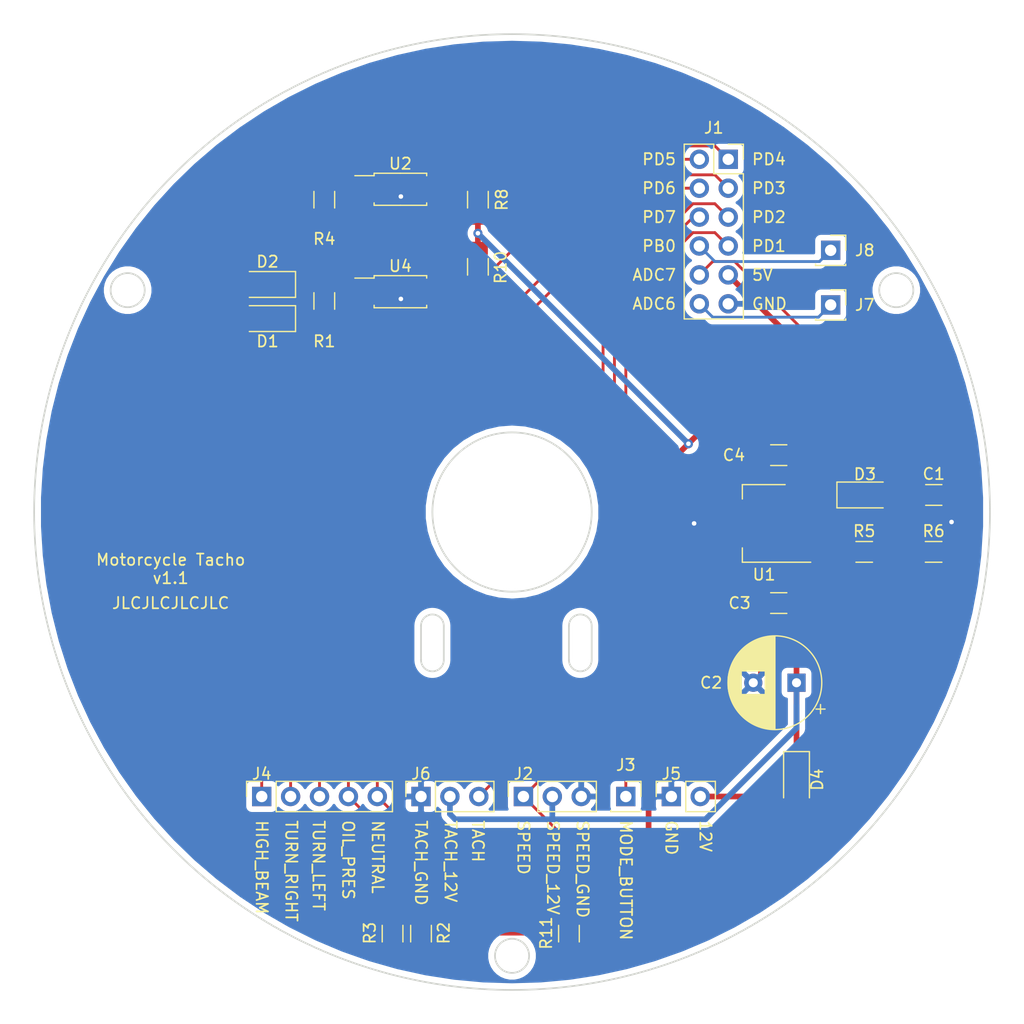
<source format=kicad_pcb>
(kicad_pcb (version 20171130) (host pcbnew 5.1.10)

  (general
    (thickness 1.6)
    (drawings 41)
    (tracks 138)
    (zones 0)
    (modules 28)
    (nets 21)
  )

  (page A4)
  (layers
    (0 F.Cu signal)
    (31 B.Cu signal)
    (32 B.Adhes user)
    (33 F.Adhes user)
    (34 B.Paste user)
    (35 F.Paste user)
    (36 B.SilkS user)
    (37 F.SilkS user)
    (38 B.Mask user)
    (39 F.Mask user)
    (40 Dwgs.User user)
    (41 Cmts.User user)
    (42 Eco1.User user)
    (43 Eco2.User user)
    (44 Edge.Cuts user)
    (45 Margin user)
    (46 B.CrtYd user)
    (47 F.CrtYd user)
    (48 B.Fab user)
    (49 F.Fab user)
  )

  (setup
    (last_trace_width 0.25)
    (user_trace_width 0.25)
    (user_trace_width 0.5)
    (trace_clearance 0.2)
    (zone_clearance 0.508)
    (zone_45_only no)
    (trace_min 0.2)
    (via_size 0.8)
    (via_drill 0.4)
    (via_min_size 0.4)
    (via_min_drill 0.3)
    (uvia_size 0.3)
    (uvia_drill 0.1)
    (uvias_allowed no)
    (uvia_min_size 0.2)
    (uvia_min_drill 0.1)
    (edge_width 0.05)
    (segment_width 0.2)
    (pcb_text_width 0.3)
    (pcb_text_size 1.5 1.5)
    (mod_edge_width 0.12)
    (mod_text_size 1 1)
    (mod_text_width 0.15)
    (pad_size 1.524 1.524)
    (pad_drill 0.762)
    (pad_to_mask_clearance 0)
    (aux_axis_origin 0 0)
    (visible_elements FFFDFF7F)
    (pcbplotparams
      (layerselection 0x010f0_ffffffff)
      (usegerberextensions false)
      (usegerberattributes true)
      (usegerberadvancedattributes true)
      (creategerberjobfile false)
      (excludeedgelayer true)
      (linewidth 0.100000)
      (plotframeref false)
      (viasonmask false)
      (mode 1)
      (useauxorigin false)
      (hpglpennumber 1)
      (hpglpenspeed 20)
      (hpglpendiameter 15.000000)
      (psnegative false)
      (psa4output false)
      (plotreference true)
      (plotvalue false)
      (plotinvisibletext false)
      (padsonsilk false)
      (subtractmaskfromsilk false)
      (outputformat 1)
      (mirror false)
      (drillshape 0)
      (scaleselection 1)
      (outputdirectory "gerb/"))
  )

  (net 0 "")
  (net 1 /ADC6)
  (net 2 GND)
  (net 3 /ADC7)
  (net 4 +5V)
  (net 5 /PB0)
  (net 6 /PD5)
  (net 7 /TURN_SIGNAL_LEFT)
  (net 8 "Net-(D1-Pad1)")
  (net 9 /TURN_SIGNAL_RIGHT)
  (net 10 /NEUTRAL)
  (net 11 /PD4)
  (net 12 "Net-(R1-Pad2)")
  (net 13 "Net-(R4-Pad2)")
  (net 14 /HIGH_BEAM)
  (net 15 /OIL_PRESSURE)
  (net 16 +12V)
  (net 17 /PD2)
  (net 18 /MODE_BUTTON)
  (net 19 "Net-(D4-Pad2)")
  (net 20 /PD7)

  (net_class Default "This is the default net class."
    (clearance 0.2)
    (trace_width 0.25)
    (via_dia 0.8)
    (via_drill 0.4)
    (uvia_dia 0.3)
    (uvia_drill 0.1)
    (add_net +12V)
    (add_net +5V)
    (add_net /ADC6)
    (add_net /ADC7)
    (add_net /HIGH_BEAM)
    (add_net /MODE_BUTTON)
    (add_net /NEUTRAL)
    (add_net /OIL_PRESSURE)
    (add_net /PB0)
    (add_net /PD2)
    (add_net /PD4)
    (add_net /PD5)
    (add_net /PD7)
    (add_net /TURN_SIGNAL_LEFT)
    (add_net /TURN_SIGNAL_RIGHT)
    (add_net GND)
    (add_net "Net-(D1-Pad1)")
    (add_net "Net-(D4-Pad2)")
    (add_net "Net-(R1-Pad2)")
    (add_net "Net-(R4-Pad2)")
  )

  (module Connector_PinSocket_2.54mm:PinSocket_1x01_P2.54mm_Vertical (layer F.Cu) (tedit 5A19A434) (tstamp 61A2AECB)
    (at 178 77)
    (descr "Through hole straight socket strip, 1x01, 2.54mm pitch, single row (from Kicad 4.0.7), script generated")
    (tags "Through hole socket strip THT 1x01 2.54mm single row")
    (path /61E058B6)
    (fp_text reference J8 (at 3 0) (layer F.SilkS)
      (effects (font (size 1 1) (thickness 0.15)))
    )
    (fp_text value Conn_01x01 (at 0 2.77) (layer F.Fab)
      (effects (font (size 1 1) (thickness 0.15)))
    )
    (fp_text user %R (at 0 -0.38) (layer F.Fab)
      (effects (font (size 1 1) (thickness 0.15)))
    )
    (fp_line (start -1.27 -1.27) (end 0.635 -1.27) (layer F.Fab) (width 0.1))
    (fp_line (start 0.635 -1.27) (end 1.27 -0.635) (layer F.Fab) (width 0.1))
    (fp_line (start 1.27 -0.635) (end 1.27 1.27) (layer F.Fab) (width 0.1))
    (fp_line (start 1.27 1.27) (end -1.27 1.27) (layer F.Fab) (width 0.1))
    (fp_line (start -1.27 1.27) (end -1.27 -1.27) (layer F.Fab) (width 0.1))
    (fp_line (start -1.33 1.33) (end 1.33 1.33) (layer F.SilkS) (width 0.12))
    (fp_line (start -1.33 1.21) (end -1.33 1.33) (layer F.SilkS) (width 0.12))
    (fp_line (start 1.33 1.21) (end 1.33 1.33) (layer F.SilkS) (width 0.12))
    (fp_line (start 1.33 -1.33) (end 1.33 0) (layer F.SilkS) (width 0.12))
    (fp_line (start 0 -1.33) (end 1.33 -1.33) (layer F.SilkS) (width 0.12))
    (fp_line (start -1.8 -1.8) (end 1.75 -1.8) (layer F.CrtYd) (width 0.05))
    (fp_line (start 1.75 -1.8) (end 1.75 1.75) (layer F.CrtYd) (width 0.05))
    (fp_line (start 1.75 1.75) (end -1.8 1.75) (layer F.CrtYd) (width 0.05))
    (fp_line (start -1.8 1.75) (end -1.8 -1.8) (layer F.CrtYd) (width 0.05))
    (pad 1 thru_hole rect (at 0 0) (size 1.7 1.7) (drill 1) (layers *.Cu *.Mask)
      (net 5 /PB0))
    (model ${KISYS3DMOD}/Connector_PinSocket_2.54mm.3dshapes/PinSocket_1x01_P2.54mm_Vertical.wrl
      (at (xyz 0 0 0))
      (scale (xyz 1 1 1))
      (rotate (xyz 0 0 0))
    )
  )

  (module Connector_PinSocket_2.54mm:PinSocket_1x01_P2.54mm_Vertical (layer F.Cu) (tedit 5A19A434) (tstamp 61A299F5)
    (at 160 125)
    (descr "Through hole straight socket strip, 1x01, 2.54mm pitch, single row (from Kicad 4.0.7), script generated")
    (tags "Through hole socket strip THT 1x01 2.54mm single row")
    (path /61DF2613)
    (fp_text reference J3 (at 0 -2.77) (layer F.SilkS)
      (effects (font (size 1 1) (thickness 0.15)))
    )
    (fp_text value Conn_01x01 (at 0 2.77) (layer F.Fab)
      (effects (font (size 1 1) (thickness 0.15)))
    )
    (fp_text user %R (at 0 0) (layer F.Fab)
      (effects (font (size 1 1) (thickness 0.15)))
    )
    (fp_line (start -1.27 -1.27) (end 0.635 -1.27) (layer F.Fab) (width 0.1))
    (fp_line (start 0.635 -1.27) (end 1.27 -0.635) (layer F.Fab) (width 0.1))
    (fp_line (start 1.27 -0.635) (end 1.27 1.27) (layer F.Fab) (width 0.1))
    (fp_line (start 1.27 1.27) (end -1.27 1.27) (layer F.Fab) (width 0.1))
    (fp_line (start -1.27 1.27) (end -1.27 -1.27) (layer F.Fab) (width 0.1))
    (fp_line (start -1.33 1.33) (end 1.33 1.33) (layer F.SilkS) (width 0.12))
    (fp_line (start -1.33 1.21) (end -1.33 1.33) (layer F.SilkS) (width 0.12))
    (fp_line (start 1.33 1.21) (end 1.33 1.33) (layer F.SilkS) (width 0.12))
    (fp_line (start 1.33 -1.33) (end 1.33 0) (layer F.SilkS) (width 0.12))
    (fp_line (start 0 -1.33) (end 1.33 -1.33) (layer F.SilkS) (width 0.12))
    (fp_line (start -1.8 -1.8) (end 1.75 -1.8) (layer F.CrtYd) (width 0.05))
    (fp_line (start 1.75 -1.8) (end 1.75 1.75) (layer F.CrtYd) (width 0.05))
    (fp_line (start 1.75 1.75) (end -1.8 1.75) (layer F.CrtYd) (width 0.05))
    (fp_line (start -1.8 1.75) (end -1.8 -1.8) (layer F.CrtYd) (width 0.05))
    (pad 1 thru_hole rect (at 0 0) (size 1.7 1.7) (drill 1) (layers *.Cu *.Mask)
      (net 18 /MODE_BUTTON))
  )

  (module Resistor_SMD:R_1206_3216Metric_Pad1.30x1.75mm_HandSolder (layer F.Cu) (tedit 5F68FEEE) (tstamp 613EEFE2)
    (at 187.05 103.5)
    (descr "Resistor SMD 1206 (3216 Metric), square (rectangular) end terminal, IPC_7351 nominal with elongated pad for handsoldering. (Body size source: IPC-SM-782 page 72, https://www.pcb-3d.com/wordpress/wp-content/uploads/ipc-sm-782a_amendment_1_and_2.pdf), generated with kicad-footprint-generator")
    (tags "resistor handsolder")
    (path /618A544E)
    (attr smd)
    (fp_text reference R6 (at 0 -1.82) (layer F.SilkS)
      (effects (font (size 1 1) (thickness 0.15)))
    )
    (fp_text value R (at 0 1.82) (layer F.Fab)
      (effects (font (size 1 1) (thickness 0.15)))
    )
    (fp_line (start 2.45 1.12) (end -2.45 1.12) (layer F.CrtYd) (width 0.05))
    (fp_line (start 2.45 -1.12) (end 2.45 1.12) (layer F.CrtYd) (width 0.05))
    (fp_line (start -2.45 -1.12) (end 2.45 -1.12) (layer F.CrtYd) (width 0.05))
    (fp_line (start -2.45 1.12) (end -2.45 -1.12) (layer F.CrtYd) (width 0.05))
    (fp_line (start -0.727064 0.91) (end 0.727064 0.91) (layer F.SilkS) (width 0.12))
    (fp_line (start -0.727064 -0.91) (end 0.727064 -0.91) (layer F.SilkS) (width 0.12))
    (fp_line (start 1.6 0.8) (end -1.6 0.8) (layer F.Fab) (width 0.1))
    (fp_line (start 1.6 -0.8) (end 1.6 0.8) (layer F.Fab) (width 0.1))
    (fp_line (start -1.6 -0.8) (end 1.6 -0.8) (layer F.Fab) (width 0.1))
    (fp_line (start -1.6 0.8) (end -1.6 -0.8) (layer F.Fab) (width 0.1))
    (fp_text user %R (at 0 0) (layer F.Fab)
      (effects (font (size 0.8 0.8) (thickness 0.12)))
    )
    (pad 2 smd roundrect (at 1.55 0) (size 1.3 1.75) (layers F.Cu F.Paste F.Mask) (roundrect_rratio 0.1923076923076923)
      (net 2 GND))
    (pad 1 smd roundrect (at -1.55 0) (size 1.3 1.75) (layers F.Cu F.Paste F.Mask) (roundrect_rratio 0.1923076923076923)
      (net 3 /ADC7))
    (model ${KISYS3DMOD}/Resistor_SMD.3dshapes/R_1206_3216Metric.wrl
      (at (xyz 0 0 0))
      (scale (xyz 1 1 1))
      (rotate (xyz 0 0 0))
    )
  )

  (module Capacitor_SMD:C_1206_3216Metric_Pad1.33x1.80mm_HandSolder (layer F.Cu) (tedit 5F68FEEF) (tstamp 613EEE17)
    (at 187.0625 98.5)
    (descr "Capacitor SMD 1206 (3216 Metric), square (rectangular) end terminal, IPC_7351 nominal with elongated pad for handsoldering. (Body size source: IPC-SM-782 page 76, https://www.pcb-3d.com/wordpress/wp-content/uploads/ipc-sm-782a_amendment_1_and_2.pdf), generated with kicad-footprint-generator")
    (tags "capacitor handsolder")
    (path /618A6283)
    (attr smd)
    (fp_text reference C1 (at 0 -1.85) (layer F.SilkS)
      (effects (font (size 1 1) (thickness 0.15)))
    )
    (fp_text value C (at 0 1.85) (layer F.Fab)
      (effects (font (size 1 1) (thickness 0.15)))
    )
    (fp_line (start 2.48 1.15) (end -2.48 1.15) (layer F.CrtYd) (width 0.05))
    (fp_line (start 2.48 -1.15) (end 2.48 1.15) (layer F.CrtYd) (width 0.05))
    (fp_line (start -2.48 -1.15) (end 2.48 -1.15) (layer F.CrtYd) (width 0.05))
    (fp_line (start -2.48 1.15) (end -2.48 -1.15) (layer F.CrtYd) (width 0.05))
    (fp_line (start -0.711252 0.91) (end 0.711252 0.91) (layer F.SilkS) (width 0.12))
    (fp_line (start -0.711252 -0.91) (end 0.711252 -0.91) (layer F.SilkS) (width 0.12))
    (fp_line (start 1.6 0.8) (end -1.6 0.8) (layer F.Fab) (width 0.1))
    (fp_line (start 1.6 -0.8) (end 1.6 0.8) (layer F.Fab) (width 0.1))
    (fp_line (start -1.6 -0.8) (end 1.6 -0.8) (layer F.Fab) (width 0.1))
    (fp_line (start -1.6 0.8) (end -1.6 -0.8) (layer F.Fab) (width 0.1))
    (fp_text user %R (at 0 0) (layer F.Fab)
      (effects (font (size 0.8 0.8) (thickness 0.12)))
    )
    (pad 2 smd roundrect (at 1.5625 0) (size 1.325 1.8) (layers F.Cu F.Paste F.Mask) (roundrect_rratio 0.1886784905660377)
      (net 2 GND))
    (pad 1 smd roundrect (at -1.5625 0) (size 1.325 1.8) (layers F.Cu F.Paste F.Mask) (roundrect_rratio 0.1886784905660377)
      (net 3 /ADC7))
    (model ${KISYS3DMOD}/Capacitor_SMD.3dshapes/C_1206_3216Metric.wrl
      (at (xyz 0 0 0))
      (scale (xyz 1 1 1))
      (rotate (xyz 0 0 0))
    )
  )

  (module Resistor_SMD:R_1206_3216Metric_Pad1.30x1.75mm_HandSolder (layer F.Cu) (tedit 5F68FEEE) (tstamp 613EEFD1)
    (at 180.95 103.5)
    (descr "Resistor SMD 1206 (3216 Metric), square (rectangular) end terminal, IPC_7351 nominal with elongated pad for handsoldering. (Body size source: IPC-SM-782 page 72, https://www.pcb-3d.com/wordpress/wp-content/uploads/ipc-sm-782a_amendment_1_and_2.pdf), generated with kicad-footprint-generator")
    (tags "resistor handsolder")
    (path /618A4E09)
    (attr smd)
    (fp_text reference R5 (at 0 -1.82) (layer F.SilkS)
      (effects (font (size 1 1) (thickness 0.15)))
    )
    (fp_text value R (at 0 1.82) (layer F.Fab)
      (effects (font (size 1 1) (thickness 0.15)))
    )
    (fp_line (start 2.45 1.12) (end -2.45 1.12) (layer F.CrtYd) (width 0.05))
    (fp_line (start 2.45 -1.12) (end 2.45 1.12) (layer F.CrtYd) (width 0.05))
    (fp_line (start -2.45 -1.12) (end 2.45 -1.12) (layer F.CrtYd) (width 0.05))
    (fp_line (start -2.45 1.12) (end -2.45 -1.12) (layer F.CrtYd) (width 0.05))
    (fp_line (start -0.727064 0.91) (end 0.727064 0.91) (layer F.SilkS) (width 0.12))
    (fp_line (start -0.727064 -0.91) (end 0.727064 -0.91) (layer F.SilkS) (width 0.12))
    (fp_line (start 1.6 0.8) (end -1.6 0.8) (layer F.Fab) (width 0.1))
    (fp_line (start 1.6 -0.8) (end 1.6 0.8) (layer F.Fab) (width 0.1))
    (fp_line (start -1.6 -0.8) (end 1.6 -0.8) (layer F.Fab) (width 0.1))
    (fp_line (start -1.6 0.8) (end -1.6 -0.8) (layer F.Fab) (width 0.1))
    (fp_text user %R (at 0 0) (layer F.Fab)
      (effects (font (size 0.8 0.8) (thickness 0.12)))
    )
    (pad 2 smd roundrect (at 1.55 0) (size 1.3 1.75) (layers F.Cu F.Paste F.Mask) (roundrect_rratio 0.1923076923076923)
      (net 3 /ADC7))
    (pad 1 smd roundrect (at -1.55 0) (size 1.3 1.75) (layers F.Cu F.Paste F.Mask) (roundrect_rratio 0.1923076923076923)
      (net 16 +12V))
    (model ${KISYS3DMOD}/Resistor_SMD.3dshapes/R_1206_3216Metric.wrl
      (at (xyz 0 0 0))
      (scale (xyz 1 1 1))
      (rotate (xyz 0 0 0))
    )
  )

  (module Diode_SMD:D_1206_3216Metric_Pad1.42x1.75mm_HandSolder (layer F.Cu) (tedit 5F68FEF0) (tstamp 614685E6)
    (at 181.0125 98.5)
    (descr "Diode SMD 1206 (3216 Metric), square (rectangular) end terminal, IPC_7351 nominal, (Body size source: http://www.tortai-tech.com/upload/download/2011102023233369053.pdf), generated with kicad-footprint-generator")
    (tags "diode handsolder")
    (path /6175EAF8)
    (attr smd)
    (fp_text reference D3 (at 0 -1.82) (layer F.SilkS)
      (effects (font (size 1 1) (thickness 0.15)))
    )
    (fp_text value D (at 0 1.82) (layer F.Fab)
      (effects (font (size 1 1) (thickness 0.15)))
    )
    (fp_line (start 2.45 1.12) (end -2.45 1.12) (layer F.CrtYd) (width 0.05))
    (fp_line (start 2.45 -1.12) (end 2.45 1.12) (layer F.CrtYd) (width 0.05))
    (fp_line (start -2.45 -1.12) (end 2.45 -1.12) (layer F.CrtYd) (width 0.05))
    (fp_line (start -2.45 1.12) (end -2.45 -1.12) (layer F.CrtYd) (width 0.05))
    (fp_line (start -2.46 1.135) (end 1.6 1.135) (layer F.SilkS) (width 0.12))
    (fp_line (start -2.46 -1.135) (end -2.46 1.135) (layer F.SilkS) (width 0.12))
    (fp_line (start 1.6 -1.135) (end -2.46 -1.135) (layer F.SilkS) (width 0.12))
    (fp_line (start 1.6 0.8) (end 1.6 -0.8) (layer F.Fab) (width 0.1))
    (fp_line (start -1.6 0.8) (end 1.6 0.8) (layer F.Fab) (width 0.1))
    (fp_line (start -1.6 -0.4) (end -1.6 0.8) (layer F.Fab) (width 0.1))
    (fp_line (start -1.2 -0.8) (end -1.6 -0.4) (layer F.Fab) (width 0.1))
    (fp_line (start 1.6 -0.8) (end -1.2 -0.8) (layer F.Fab) (width 0.1))
    (fp_text user %R (at 0 0) (layer F.Fab)
      (effects (font (size 0.8 0.8) (thickness 0.12)))
    )
    (pad 2 smd roundrect (at 1.4875 0) (size 1.425 1.75) (layers F.Cu F.Paste F.Mask) (roundrect_rratio 0.1754385964912281)
      (net 3 /ADC7))
    (pad 1 smd roundrect (at -1.4875 0) (size 1.425 1.75) (layers F.Cu F.Paste F.Mask) (roundrect_rratio 0.1754385964912281)
      (net 4 +5V))
    (model ${KISYS3DMOD}/Diode_SMD.3dshapes/D_1206_3216Metric.wrl
      (at (xyz 0 0 0))
      (scale (xyz 1 1 1))
      (rotate (xyz 0 0 0))
    )
  )

  (module Package_SO:SOP-4_4.4x2.6mm_P1.27mm (layer F.Cu) (tedit 5D9F72B1) (tstamp 61A2174C)
    (at 140.1875 80.635)
    (descr "SOP, 4 Pin (http://www.vishay.com/docs/83510/tcmt1100.pdf), generated with kicad-footprint-generator ipc_gullwing_generator.py")
    (tags "SOP SO")
    (path /61CEB6AA)
    (attr smd)
    (fp_text reference U4 (at 0 -2.25) (layer F.SilkS)
      (effects (font (size 1 1) (thickness 0.15)))
    )
    (fp_text value SFH617A-1 (at 0 2.25) (layer F.Fab)
      (effects (font (size 1 1) (thickness 0.15)))
    )
    (fp_text user %R (at 0 0) (layer F.Fab)
      (effects (font (size 1 1) (thickness 0.15)))
    )
    (fp_line (start 0 1.41) (end 2.31 1.41) (layer F.SilkS) (width 0.12))
    (fp_line (start 2.31 1.41) (end 2.31 1.195) (layer F.SilkS) (width 0.12))
    (fp_line (start 0 1.41) (end -2.31 1.41) (layer F.SilkS) (width 0.12))
    (fp_line (start -2.31 1.41) (end -2.31 1.195) (layer F.SilkS) (width 0.12))
    (fp_line (start 0 -1.41) (end 2.31 -1.41) (layer F.SilkS) (width 0.12))
    (fp_line (start 2.31 -1.41) (end 2.31 -1.195) (layer F.SilkS) (width 0.12))
    (fp_line (start 0 -1.41) (end -2.31 -1.41) (layer F.SilkS) (width 0.12))
    (fp_line (start -2.31 -1.41) (end -2.31 -1.195) (layer F.SilkS) (width 0.12))
    (fp_line (start -2.31 -1.195) (end -4 -1.195) (layer F.SilkS) (width 0.12))
    (fp_line (start -1.55 -1.3) (end 2.2 -1.3) (layer F.Fab) (width 0.1))
    (fp_line (start 2.2 -1.3) (end 2.2 1.3) (layer F.Fab) (width 0.1))
    (fp_line (start 2.2 1.3) (end -2.2 1.3) (layer F.Fab) (width 0.1))
    (fp_line (start -2.2 1.3) (end -2.2 -0.65) (layer F.Fab) (width 0.1))
    (fp_line (start -2.2 -0.65) (end -1.55 -1.3) (layer F.Fab) (width 0.1))
    (fp_line (start -4.25 -1.55) (end -4.25 1.55) (layer F.CrtYd) (width 0.05))
    (fp_line (start -4.25 1.55) (end 4.25 1.55) (layer F.CrtYd) (width 0.05))
    (fp_line (start 4.25 1.55) (end 4.25 -1.55) (layer F.CrtYd) (width 0.05))
    (fp_line (start 4.25 -1.55) (end -4.25 -1.55) (layer F.CrtYd) (width 0.05))
    (pad 4 smd roundrect (at 3.1875 -0.635) (size 1.625 0.6) (layers F.Cu F.Paste F.Mask) (roundrect_rratio 0.25)
      (net 6 /PD5))
    (pad 3 smd roundrect (at 3.1875 0.635) (size 1.625 0.6) (layers F.Cu F.Paste F.Mask) (roundrect_rratio 0.25)
      (net 2 GND))
    (pad 2 smd roundrect (at -3.1875 0.635) (size 1.625 0.6) (layers F.Cu F.Paste F.Mask) (roundrect_rratio 0.25)
      (net 2 GND))
    (pad 1 smd roundrect (at -3.1875 -0.635) (size 1.625 0.6) (layers F.Cu F.Paste F.Mask) (roundrect_rratio 0.25)
      (net 12 "Net-(R1-Pad2)"))
    (model ${KISYS3DMOD}/Package_SO.3dshapes/SOP-4_4.4x2.6mm_P1.27mm.wrl
      (at (xyz 0 0 0))
      (scale (xyz 1 1 1))
      (rotate (xyz 0 0 0))
    )
  )

  (module Package_SO:SOP-4_4.4x2.6mm_P1.27mm (layer F.Cu) (tedit 5D9F72B1) (tstamp 61A21731)
    (at 140.1875 71.635)
    (descr "SOP, 4 Pin (http://www.vishay.com/docs/83510/tcmt1100.pdf), generated with kicad-footprint-generator ipc_gullwing_generator.py")
    (tags "SOP SO")
    (path /61CDDE7E)
    (attr smd)
    (fp_text reference U2 (at 0 -2.25) (layer F.SilkS)
      (effects (font (size 1 1) (thickness 0.15)))
    )
    (fp_text value SFH617A-1 (at 0 2.25) (layer F.Fab)
      (effects (font (size 1 1) (thickness 0.15)))
    )
    (fp_text user %R (at 0 0) (layer F.Fab)
      (effects (font (size 1 1) (thickness 0.15)))
    )
    (fp_line (start 0 1.41) (end 2.31 1.41) (layer F.SilkS) (width 0.12))
    (fp_line (start 2.31 1.41) (end 2.31 1.195) (layer F.SilkS) (width 0.12))
    (fp_line (start 0 1.41) (end -2.31 1.41) (layer F.SilkS) (width 0.12))
    (fp_line (start -2.31 1.41) (end -2.31 1.195) (layer F.SilkS) (width 0.12))
    (fp_line (start 0 -1.41) (end 2.31 -1.41) (layer F.SilkS) (width 0.12))
    (fp_line (start 2.31 -1.41) (end 2.31 -1.195) (layer F.SilkS) (width 0.12))
    (fp_line (start 0 -1.41) (end -2.31 -1.41) (layer F.SilkS) (width 0.12))
    (fp_line (start -2.31 -1.41) (end -2.31 -1.195) (layer F.SilkS) (width 0.12))
    (fp_line (start -2.31 -1.195) (end -4 -1.195) (layer F.SilkS) (width 0.12))
    (fp_line (start -1.55 -1.3) (end 2.2 -1.3) (layer F.Fab) (width 0.1))
    (fp_line (start 2.2 -1.3) (end 2.2 1.3) (layer F.Fab) (width 0.1))
    (fp_line (start 2.2 1.3) (end -2.2 1.3) (layer F.Fab) (width 0.1))
    (fp_line (start -2.2 1.3) (end -2.2 -0.65) (layer F.Fab) (width 0.1))
    (fp_line (start -2.2 -0.65) (end -1.55 -1.3) (layer F.Fab) (width 0.1))
    (fp_line (start -4.25 -1.55) (end -4.25 1.55) (layer F.CrtYd) (width 0.05))
    (fp_line (start -4.25 1.55) (end 4.25 1.55) (layer F.CrtYd) (width 0.05))
    (fp_line (start 4.25 1.55) (end 4.25 -1.55) (layer F.CrtYd) (width 0.05))
    (fp_line (start 4.25 -1.55) (end -4.25 -1.55) (layer F.CrtYd) (width 0.05))
    (pad 4 smd roundrect (at 3.1875 -0.635) (size 1.625 0.6) (layers F.Cu F.Paste F.Mask) (roundrect_rratio 0.25)
      (net 11 /PD4))
    (pad 3 smd roundrect (at 3.1875 0.635) (size 1.625 0.6) (layers F.Cu F.Paste F.Mask) (roundrect_rratio 0.25)
      (net 2 GND))
    (pad 2 smd roundrect (at -3.1875 0.635) (size 1.625 0.6) (layers F.Cu F.Paste F.Mask) (roundrect_rratio 0.25)
      (net 2 GND))
    (pad 1 smd roundrect (at -3.1875 -0.635) (size 1.625 0.6) (layers F.Cu F.Paste F.Mask) (roundrect_rratio 0.25)
      (net 13 "Net-(R4-Pad2)"))
    (model ${KISYS3DMOD}/Package_SO.3dshapes/SOP-4_4.4x2.6mm_P1.27mm.wrl
      (at (xyz 0 0 0))
      (scale (xyz 1 1 1))
      (rotate (xyz 0 0 0))
    )
  )

  (module Connector_PinSocket_2.54mm:PinSocket_1x01_P2.54mm_Vertical (layer F.Cu) (tedit 5A19A434) (tstamp 61A28DBE)
    (at 178 81.8)
    (descr "Through hole straight socket strip, 1x01, 2.54mm pitch, single row (from Kicad 4.0.7), script generated")
    (tags "Through hole socket strip THT 1x01 2.54mm single row")
    (path /61B79A28)
    (fp_text reference J7 (at 3 0) (layer F.SilkS)
      (effects (font (size 1 1) (thickness 0.15)))
    )
    (fp_text value Conn_01x01 (at 0 2.77) (layer F.Fab)
      (effects (font (size 1 1) (thickness 0.15)))
    )
    (fp_line (start -1.8 1.75) (end -1.8 -1.8) (layer F.CrtYd) (width 0.05))
    (fp_line (start 1.75 1.75) (end -1.8 1.75) (layer F.CrtYd) (width 0.05))
    (fp_line (start 1.75 -1.8) (end 1.75 1.75) (layer F.CrtYd) (width 0.05))
    (fp_line (start -1.8 -1.8) (end 1.75 -1.8) (layer F.CrtYd) (width 0.05))
    (fp_line (start 0 -1.33) (end 1.33 -1.33) (layer F.SilkS) (width 0.12))
    (fp_line (start 1.33 -1.33) (end 1.33 0) (layer F.SilkS) (width 0.12))
    (fp_line (start 1.33 1.21) (end 1.33 1.33) (layer F.SilkS) (width 0.12))
    (fp_line (start -1.33 1.21) (end -1.33 1.33) (layer F.SilkS) (width 0.12))
    (fp_line (start -1.33 1.33) (end 1.33 1.33) (layer F.SilkS) (width 0.12))
    (fp_line (start -1.27 1.27) (end -1.27 -1.27) (layer F.Fab) (width 0.1))
    (fp_line (start 1.27 1.27) (end -1.27 1.27) (layer F.Fab) (width 0.1))
    (fp_line (start 1.27 -0.635) (end 1.27 1.27) (layer F.Fab) (width 0.1))
    (fp_line (start 0.635 -1.27) (end 1.27 -0.635) (layer F.Fab) (width 0.1))
    (fp_line (start -1.27 -1.27) (end 0.635 -1.27) (layer F.Fab) (width 0.1))
    (fp_text user %R (at -0.4 0) (layer F.Fab)
      (effects (font (size 1 1) (thickness 0.15)))
    )
    (pad 1 thru_hole rect (at 0 0) (size 1.7 1.7) (drill 1) (layers *.Cu *.Mask)
      (net 1 /ADC6))
  )

  (module Diode_SMD:D_1206_3216Metric_Pad1.42x1.75mm_HandSolder (layer F.Cu) (tedit 5F68FEF0) (tstamp 61A19269)
    (at 175 123.5125 270)
    (descr "Diode SMD 1206 (3216 Metric), square (rectangular) end terminal, IPC_7351 nominal, (Body size source: http://www.tortai-tech.com/upload/download/2011102023233369053.pdf), generated with kicad-footprint-generator")
    (tags "diode handsolder")
    (path /61A8E5FA)
    (attr smd)
    (fp_text reference D4 (at 0 -1.82 90) (layer F.SilkS)
      (effects (font (size 1 1) (thickness 0.15)))
    )
    (fp_text value 1N4148 (at 0 1.82 90) (layer F.Fab)
      (effects (font (size 1 1) (thickness 0.15)))
    )
    (fp_line (start 1.6 -0.8) (end -1.2 -0.8) (layer F.Fab) (width 0.1))
    (fp_line (start -1.2 -0.8) (end -1.6 -0.4) (layer F.Fab) (width 0.1))
    (fp_line (start -1.6 -0.4) (end -1.6 0.8) (layer F.Fab) (width 0.1))
    (fp_line (start -1.6 0.8) (end 1.6 0.8) (layer F.Fab) (width 0.1))
    (fp_line (start 1.6 0.8) (end 1.6 -0.8) (layer F.Fab) (width 0.1))
    (fp_line (start 1.6 -1.135) (end -2.46 -1.135) (layer F.SilkS) (width 0.12))
    (fp_line (start -2.46 -1.135) (end -2.46 1.135) (layer F.SilkS) (width 0.12))
    (fp_line (start -2.46 1.135) (end 1.6 1.135) (layer F.SilkS) (width 0.12))
    (fp_line (start -2.45 1.12) (end -2.45 -1.12) (layer F.CrtYd) (width 0.05))
    (fp_line (start -2.45 -1.12) (end 2.45 -1.12) (layer F.CrtYd) (width 0.05))
    (fp_line (start 2.45 -1.12) (end 2.45 1.12) (layer F.CrtYd) (width 0.05))
    (fp_line (start 2.45 1.12) (end -2.45 1.12) (layer F.CrtYd) (width 0.05))
    (fp_text user %R (at 0 0 90) (layer F.Fab)
      (effects (font (size 0.8 0.8) (thickness 0.12)))
    )
    (pad 2 smd roundrect (at 1.4875 0 270) (size 1.425 1.75) (layers F.Cu F.Paste F.Mask) (roundrect_rratio 0.175439)
      (net 19 "Net-(D4-Pad2)"))
    (pad 1 smd roundrect (at -1.4875 0 270) (size 1.425 1.75) (layers F.Cu F.Paste F.Mask) (roundrect_rratio 0.175439)
      (net 16 +12V))
    (model ${KISYS3DMOD}/Diode_SMD.3dshapes/D_1206_3216Metric.wrl
      (at (xyz 0 0 0))
      (scale (xyz 1 1 1))
      (rotate (xyz 0 0 0))
    )
  )

  (module Capacitor_SMD:C_1206_3216Metric_Pad1.33x1.80mm_HandSolder (layer F.Cu) (tedit 5F68FEEF) (tstamp 61A191EA)
    (at 173.4375 95 180)
    (descr "Capacitor SMD 1206 (3216 Metric), square (rectangular) end terminal, IPC_7351 nominal with elongated pad for handsoldering. (Body size source: IPC-SM-782 page 76, https://www.pcb-3d.com/wordpress/wp-content/uploads/ipc-sm-782a_amendment_1_and_2.pdf), generated with kicad-footprint-generator")
    (tags "capacitor handsolder")
    (path /61AA69D0)
    (attr smd)
    (fp_text reference C4 (at 3.9375 0) (layer F.SilkS)
      (effects (font (size 1 1) (thickness 0.15)))
    )
    (fp_text value 0.1u (at 0 1.85) (layer F.Fab)
      (effects (font (size 1 1) (thickness 0.15)))
    )
    (fp_line (start -1.6 0.8) (end -1.6 -0.8) (layer F.Fab) (width 0.1))
    (fp_line (start -1.6 -0.8) (end 1.6 -0.8) (layer F.Fab) (width 0.1))
    (fp_line (start 1.6 -0.8) (end 1.6 0.8) (layer F.Fab) (width 0.1))
    (fp_line (start 1.6 0.8) (end -1.6 0.8) (layer F.Fab) (width 0.1))
    (fp_line (start -0.711252 -0.91) (end 0.711252 -0.91) (layer F.SilkS) (width 0.12))
    (fp_line (start -0.711252 0.91) (end 0.711252 0.91) (layer F.SilkS) (width 0.12))
    (fp_line (start -2.48 1.15) (end -2.48 -1.15) (layer F.CrtYd) (width 0.05))
    (fp_line (start -2.48 -1.15) (end 2.48 -1.15) (layer F.CrtYd) (width 0.05))
    (fp_line (start 2.48 -1.15) (end 2.48 1.15) (layer F.CrtYd) (width 0.05))
    (fp_line (start 2.48 1.15) (end -2.48 1.15) (layer F.CrtYd) (width 0.05))
    (fp_text user %R (at 0 0) (layer F.Fab)
      (effects (font (size 0.8 0.8) (thickness 0.12)))
    )
    (pad 2 smd roundrect (at 1.5625 0 180) (size 1.325 1.8) (layers F.Cu F.Paste F.Mask) (roundrect_rratio 0.188679)
      (net 2 GND))
    (pad 1 smd roundrect (at -1.5625 0 180) (size 1.325 1.8) (layers F.Cu F.Paste F.Mask) (roundrect_rratio 0.188679)
      (net 4 +5V))
    (model ${KISYS3DMOD}/Capacitor_SMD.3dshapes/C_1206_3216Metric.wrl
      (at (xyz 0 0 0))
      (scale (xyz 1 1 1))
      (rotate (xyz 0 0 0))
    )
  )

  (module Capacitor_SMD:C_1206_3216Metric_Pad1.33x1.80mm_HandSolder (layer F.Cu) (tedit 5F68FEEF) (tstamp 61A191D9)
    (at 173.4375 108 180)
    (descr "Capacitor SMD 1206 (3216 Metric), square (rectangular) end terminal, IPC_7351 nominal with elongated pad for handsoldering. (Body size source: IPC-SM-782 page 76, https://www.pcb-3d.com/wordpress/wp-content/uploads/ipc-sm-782a_amendment_1_and_2.pdf), generated with kicad-footprint-generator")
    (tags "capacitor handsolder")
    (path /61AA668A)
    (attr smd)
    (fp_text reference C3 (at 3.4375 0) (layer F.SilkS)
      (effects (font (size 1 1) (thickness 0.15)))
    )
    (fp_text value 0.22u (at 0 1.85) (layer F.Fab)
      (effects (font (size 1 1) (thickness 0.15)))
    )
    (fp_line (start -1.6 0.8) (end -1.6 -0.8) (layer F.Fab) (width 0.1))
    (fp_line (start -1.6 -0.8) (end 1.6 -0.8) (layer F.Fab) (width 0.1))
    (fp_line (start 1.6 -0.8) (end 1.6 0.8) (layer F.Fab) (width 0.1))
    (fp_line (start 1.6 0.8) (end -1.6 0.8) (layer F.Fab) (width 0.1))
    (fp_line (start -0.711252 -0.91) (end 0.711252 -0.91) (layer F.SilkS) (width 0.12))
    (fp_line (start -0.711252 0.91) (end 0.711252 0.91) (layer F.SilkS) (width 0.12))
    (fp_line (start -2.48 1.15) (end -2.48 -1.15) (layer F.CrtYd) (width 0.05))
    (fp_line (start -2.48 -1.15) (end 2.48 -1.15) (layer F.CrtYd) (width 0.05))
    (fp_line (start 2.48 -1.15) (end 2.48 1.15) (layer F.CrtYd) (width 0.05))
    (fp_line (start 2.48 1.15) (end -2.48 1.15) (layer F.CrtYd) (width 0.05))
    (fp_text user %R (at 0 0) (layer F.Fab)
      (effects (font (size 0.8 0.8) (thickness 0.12)))
    )
    (pad 2 smd roundrect (at 1.5625 0 180) (size 1.325 1.8) (layers F.Cu F.Paste F.Mask) (roundrect_rratio 0.188679)
      (net 2 GND))
    (pad 1 smd roundrect (at -1.5625 0 180) (size 1.325 1.8) (layers F.Cu F.Paste F.Mask) (roundrect_rratio 0.188679)
      (net 16 +12V))
    (model ${KISYS3DMOD}/Capacitor_SMD.3dshapes/C_1206_3216Metric.wrl
      (at (xyz 0 0 0))
      (scale (xyz 1 1 1))
      (rotate (xyz 0 0 0))
    )
  )

  (module Capacitor_THT:CP_Radial_D8.0mm_P3.80mm (layer F.Cu) (tedit 5AE50EF0) (tstamp 61A191C8)
    (at 175 115 180)
    (descr "CP, Radial series, Radial, pin pitch=3.80mm, , diameter=8mm, Electrolytic Capacitor")
    (tags "CP Radial series Radial pin pitch 3.80mm  diameter 8mm Electrolytic Capacitor")
    (path /61AA7575)
    (fp_text reference C2 (at 7.5 0) (layer F.SilkS)
      (effects (font (size 1 1) (thickness 0.15)))
    )
    (fp_text value CP (at 1.9 5.25) (layer F.Fab)
      (effects (font (size 1 1) (thickness 0.15)))
    )
    (fp_circle (center 1.9 0) (end 5.9 0) (layer F.Fab) (width 0.1))
    (fp_circle (center 1.9 0) (end 6.02 0) (layer F.SilkS) (width 0.12))
    (fp_circle (center 1.9 0) (end 6.15 0) (layer F.CrtYd) (width 0.05))
    (fp_line (start -1.526759 -1.7475) (end -0.726759 -1.7475) (layer F.Fab) (width 0.1))
    (fp_line (start -1.126759 -2.1475) (end -1.126759 -1.3475) (layer F.Fab) (width 0.1))
    (fp_line (start 1.9 -4.08) (end 1.9 4.08) (layer F.SilkS) (width 0.12))
    (fp_line (start 1.94 -4.08) (end 1.94 4.08) (layer F.SilkS) (width 0.12))
    (fp_line (start 1.98 -4.08) (end 1.98 4.08) (layer F.SilkS) (width 0.12))
    (fp_line (start 2.02 -4.079) (end 2.02 4.079) (layer F.SilkS) (width 0.12))
    (fp_line (start 2.06 -4.077) (end 2.06 4.077) (layer F.SilkS) (width 0.12))
    (fp_line (start 2.1 -4.076) (end 2.1 4.076) (layer F.SilkS) (width 0.12))
    (fp_line (start 2.14 -4.074) (end 2.14 4.074) (layer F.SilkS) (width 0.12))
    (fp_line (start 2.18 -4.071) (end 2.18 4.071) (layer F.SilkS) (width 0.12))
    (fp_line (start 2.22 -4.068) (end 2.22 4.068) (layer F.SilkS) (width 0.12))
    (fp_line (start 2.26 -4.065) (end 2.26 4.065) (layer F.SilkS) (width 0.12))
    (fp_line (start 2.3 -4.061) (end 2.3 4.061) (layer F.SilkS) (width 0.12))
    (fp_line (start 2.34 -4.057) (end 2.34 4.057) (layer F.SilkS) (width 0.12))
    (fp_line (start 2.38 -4.052) (end 2.38 4.052) (layer F.SilkS) (width 0.12))
    (fp_line (start 2.42 -4.048) (end 2.42 4.048) (layer F.SilkS) (width 0.12))
    (fp_line (start 2.46 -4.042) (end 2.46 4.042) (layer F.SilkS) (width 0.12))
    (fp_line (start 2.5 -4.037) (end 2.5 4.037) (layer F.SilkS) (width 0.12))
    (fp_line (start 2.54 -4.03) (end 2.54 4.03) (layer F.SilkS) (width 0.12))
    (fp_line (start 2.58 -4.024) (end 2.58 4.024) (layer F.SilkS) (width 0.12))
    (fp_line (start 2.621 -4.017) (end 2.621 4.017) (layer F.SilkS) (width 0.12))
    (fp_line (start 2.661 -4.01) (end 2.661 4.01) (layer F.SilkS) (width 0.12))
    (fp_line (start 2.701 -4.002) (end 2.701 4.002) (layer F.SilkS) (width 0.12))
    (fp_line (start 2.741 -3.994) (end 2.741 3.994) (layer F.SilkS) (width 0.12))
    (fp_line (start 2.781 -3.985) (end 2.781 -1.04) (layer F.SilkS) (width 0.12))
    (fp_line (start 2.781 1.04) (end 2.781 3.985) (layer F.SilkS) (width 0.12))
    (fp_line (start 2.821 -3.976) (end 2.821 -1.04) (layer F.SilkS) (width 0.12))
    (fp_line (start 2.821 1.04) (end 2.821 3.976) (layer F.SilkS) (width 0.12))
    (fp_line (start 2.861 -3.967) (end 2.861 -1.04) (layer F.SilkS) (width 0.12))
    (fp_line (start 2.861 1.04) (end 2.861 3.967) (layer F.SilkS) (width 0.12))
    (fp_line (start 2.901 -3.957) (end 2.901 -1.04) (layer F.SilkS) (width 0.12))
    (fp_line (start 2.901 1.04) (end 2.901 3.957) (layer F.SilkS) (width 0.12))
    (fp_line (start 2.941 -3.947) (end 2.941 -1.04) (layer F.SilkS) (width 0.12))
    (fp_line (start 2.941 1.04) (end 2.941 3.947) (layer F.SilkS) (width 0.12))
    (fp_line (start 2.981 -3.936) (end 2.981 -1.04) (layer F.SilkS) (width 0.12))
    (fp_line (start 2.981 1.04) (end 2.981 3.936) (layer F.SilkS) (width 0.12))
    (fp_line (start 3.021 -3.925) (end 3.021 -1.04) (layer F.SilkS) (width 0.12))
    (fp_line (start 3.021 1.04) (end 3.021 3.925) (layer F.SilkS) (width 0.12))
    (fp_line (start 3.061 -3.914) (end 3.061 -1.04) (layer F.SilkS) (width 0.12))
    (fp_line (start 3.061 1.04) (end 3.061 3.914) (layer F.SilkS) (width 0.12))
    (fp_line (start 3.101 -3.902) (end 3.101 -1.04) (layer F.SilkS) (width 0.12))
    (fp_line (start 3.101 1.04) (end 3.101 3.902) (layer F.SilkS) (width 0.12))
    (fp_line (start 3.141 -3.889) (end 3.141 -1.04) (layer F.SilkS) (width 0.12))
    (fp_line (start 3.141 1.04) (end 3.141 3.889) (layer F.SilkS) (width 0.12))
    (fp_line (start 3.181 -3.877) (end 3.181 -1.04) (layer F.SilkS) (width 0.12))
    (fp_line (start 3.181 1.04) (end 3.181 3.877) (layer F.SilkS) (width 0.12))
    (fp_line (start 3.221 -3.863) (end 3.221 -1.04) (layer F.SilkS) (width 0.12))
    (fp_line (start 3.221 1.04) (end 3.221 3.863) (layer F.SilkS) (width 0.12))
    (fp_line (start 3.261 -3.85) (end 3.261 -1.04) (layer F.SilkS) (width 0.12))
    (fp_line (start 3.261 1.04) (end 3.261 3.85) (layer F.SilkS) (width 0.12))
    (fp_line (start 3.301 -3.835) (end 3.301 -1.04) (layer F.SilkS) (width 0.12))
    (fp_line (start 3.301 1.04) (end 3.301 3.835) (layer F.SilkS) (width 0.12))
    (fp_line (start 3.341 -3.821) (end 3.341 -1.04) (layer F.SilkS) (width 0.12))
    (fp_line (start 3.341 1.04) (end 3.341 3.821) (layer F.SilkS) (width 0.12))
    (fp_line (start 3.381 -3.805) (end 3.381 -1.04) (layer F.SilkS) (width 0.12))
    (fp_line (start 3.381 1.04) (end 3.381 3.805) (layer F.SilkS) (width 0.12))
    (fp_line (start 3.421 -3.79) (end 3.421 -1.04) (layer F.SilkS) (width 0.12))
    (fp_line (start 3.421 1.04) (end 3.421 3.79) (layer F.SilkS) (width 0.12))
    (fp_line (start 3.461 -3.774) (end 3.461 -1.04) (layer F.SilkS) (width 0.12))
    (fp_line (start 3.461 1.04) (end 3.461 3.774) (layer F.SilkS) (width 0.12))
    (fp_line (start 3.501 -3.757) (end 3.501 -1.04) (layer F.SilkS) (width 0.12))
    (fp_line (start 3.501 1.04) (end 3.501 3.757) (layer F.SilkS) (width 0.12))
    (fp_line (start 3.541 -3.74) (end 3.541 -1.04) (layer F.SilkS) (width 0.12))
    (fp_line (start 3.541 1.04) (end 3.541 3.74) (layer F.SilkS) (width 0.12))
    (fp_line (start 3.581 -3.722) (end 3.581 -1.04) (layer F.SilkS) (width 0.12))
    (fp_line (start 3.581 1.04) (end 3.581 3.722) (layer F.SilkS) (width 0.12))
    (fp_line (start 3.621 -3.704) (end 3.621 -1.04) (layer F.SilkS) (width 0.12))
    (fp_line (start 3.621 1.04) (end 3.621 3.704) (layer F.SilkS) (width 0.12))
    (fp_line (start 3.661 -3.686) (end 3.661 -1.04) (layer F.SilkS) (width 0.12))
    (fp_line (start 3.661 1.04) (end 3.661 3.686) (layer F.SilkS) (width 0.12))
    (fp_line (start 3.701 -3.666) (end 3.701 -1.04) (layer F.SilkS) (width 0.12))
    (fp_line (start 3.701 1.04) (end 3.701 3.666) (layer F.SilkS) (width 0.12))
    (fp_line (start 3.741 -3.647) (end 3.741 -1.04) (layer F.SilkS) (width 0.12))
    (fp_line (start 3.741 1.04) (end 3.741 3.647) (layer F.SilkS) (width 0.12))
    (fp_line (start 3.781 -3.627) (end 3.781 -1.04) (layer F.SilkS) (width 0.12))
    (fp_line (start 3.781 1.04) (end 3.781 3.627) (layer F.SilkS) (width 0.12))
    (fp_line (start 3.821 -3.606) (end 3.821 -1.04) (layer F.SilkS) (width 0.12))
    (fp_line (start 3.821 1.04) (end 3.821 3.606) (layer F.SilkS) (width 0.12))
    (fp_line (start 3.861 -3.584) (end 3.861 -1.04) (layer F.SilkS) (width 0.12))
    (fp_line (start 3.861 1.04) (end 3.861 3.584) (layer F.SilkS) (width 0.12))
    (fp_line (start 3.901 -3.562) (end 3.901 -1.04) (layer F.SilkS) (width 0.12))
    (fp_line (start 3.901 1.04) (end 3.901 3.562) (layer F.SilkS) (width 0.12))
    (fp_line (start 3.941 -3.54) (end 3.941 -1.04) (layer F.SilkS) (width 0.12))
    (fp_line (start 3.941 1.04) (end 3.941 3.54) (layer F.SilkS) (width 0.12))
    (fp_line (start 3.981 -3.517) (end 3.981 -1.04) (layer F.SilkS) (width 0.12))
    (fp_line (start 3.981 1.04) (end 3.981 3.517) (layer F.SilkS) (width 0.12))
    (fp_line (start 4.021 -3.493) (end 4.021 -1.04) (layer F.SilkS) (width 0.12))
    (fp_line (start 4.021 1.04) (end 4.021 3.493) (layer F.SilkS) (width 0.12))
    (fp_line (start 4.061 -3.469) (end 4.061 -1.04) (layer F.SilkS) (width 0.12))
    (fp_line (start 4.061 1.04) (end 4.061 3.469) (layer F.SilkS) (width 0.12))
    (fp_line (start 4.101 -3.444) (end 4.101 -1.04) (layer F.SilkS) (width 0.12))
    (fp_line (start 4.101 1.04) (end 4.101 3.444) (layer F.SilkS) (width 0.12))
    (fp_line (start 4.141 -3.418) (end 4.141 -1.04) (layer F.SilkS) (width 0.12))
    (fp_line (start 4.141 1.04) (end 4.141 3.418) (layer F.SilkS) (width 0.12))
    (fp_line (start 4.181 -3.392) (end 4.181 -1.04) (layer F.SilkS) (width 0.12))
    (fp_line (start 4.181 1.04) (end 4.181 3.392) (layer F.SilkS) (width 0.12))
    (fp_line (start 4.221 -3.365) (end 4.221 -1.04) (layer F.SilkS) (width 0.12))
    (fp_line (start 4.221 1.04) (end 4.221 3.365) (layer F.SilkS) (width 0.12))
    (fp_line (start 4.261 -3.338) (end 4.261 -1.04) (layer F.SilkS) (width 0.12))
    (fp_line (start 4.261 1.04) (end 4.261 3.338) (layer F.SilkS) (width 0.12))
    (fp_line (start 4.301 -3.309) (end 4.301 -1.04) (layer F.SilkS) (width 0.12))
    (fp_line (start 4.301 1.04) (end 4.301 3.309) (layer F.SilkS) (width 0.12))
    (fp_line (start 4.341 -3.28) (end 4.341 -1.04) (layer F.SilkS) (width 0.12))
    (fp_line (start 4.341 1.04) (end 4.341 3.28) (layer F.SilkS) (width 0.12))
    (fp_line (start 4.381 -3.25) (end 4.381 -1.04) (layer F.SilkS) (width 0.12))
    (fp_line (start 4.381 1.04) (end 4.381 3.25) (layer F.SilkS) (width 0.12))
    (fp_line (start 4.421 -3.22) (end 4.421 -1.04) (layer F.SilkS) (width 0.12))
    (fp_line (start 4.421 1.04) (end 4.421 3.22) (layer F.SilkS) (width 0.12))
    (fp_line (start 4.461 -3.189) (end 4.461 -1.04) (layer F.SilkS) (width 0.12))
    (fp_line (start 4.461 1.04) (end 4.461 3.189) (layer F.SilkS) (width 0.12))
    (fp_line (start 4.501 -3.156) (end 4.501 -1.04) (layer F.SilkS) (width 0.12))
    (fp_line (start 4.501 1.04) (end 4.501 3.156) (layer F.SilkS) (width 0.12))
    (fp_line (start 4.541 -3.124) (end 4.541 -1.04) (layer F.SilkS) (width 0.12))
    (fp_line (start 4.541 1.04) (end 4.541 3.124) (layer F.SilkS) (width 0.12))
    (fp_line (start 4.581 -3.09) (end 4.581 -1.04) (layer F.SilkS) (width 0.12))
    (fp_line (start 4.581 1.04) (end 4.581 3.09) (layer F.SilkS) (width 0.12))
    (fp_line (start 4.621 -3.055) (end 4.621 -1.04) (layer F.SilkS) (width 0.12))
    (fp_line (start 4.621 1.04) (end 4.621 3.055) (layer F.SilkS) (width 0.12))
    (fp_line (start 4.661 -3.019) (end 4.661 -1.04) (layer F.SilkS) (width 0.12))
    (fp_line (start 4.661 1.04) (end 4.661 3.019) (layer F.SilkS) (width 0.12))
    (fp_line (start 4.701 -2.983) (end 4.701 -1.04) (layer F.SilkS) (width 0.12))
    (fp_line (start 4.701 1.04) (end 4.701 2.983) (layer F.SilkS) (width 0.12))
    (fp_line (start 4.741 -2.945) (end 4.741 -1.04) (layer F.SilkS) (width 0.12))
    (fp_line (start 4.741 1.04) (end 4.741 2.945) (layer F.SilkS) (width 0.12))
    (fp_line (start 4.781 -2.907) (end 4.781 -1.04) (layer F.SilkS) (width 0.12))
    (fp_line (start 4.781 1.04) (end 4.781 2.907) (layer F.SilkS) (width 0.12))
    (fp_line (start 4.821 -2.867) (end 4.821 -1.04) (layer F.SilkS) (width 0.12))
    (fp_line (start 4.821 1.04) (end 4.821 2.867) (layer F.SilkS) (width 0.12))
    (fp_line (start 4.861 -2.826) (end 4.861 2.826) (layer F.SilkS) (width 0.12))
    (fp_line (start 4.901 -2.784) (end 4.901 2.784) (layer F.SilkS) (width 0.12))
    (fp_line (start 4.941 -2.741) (end 4.941 2.741) (layer F.SilkS) (width 0.12))
    (fp_line (start 4.981 -2.697) (end 4.981 2.697) (layer F.SilkS) (width 0.12))
    (fp_line (start 5.021 -2.651) (end 5.021 2.651) (layer F.SilkS) (width 0.12))
    (fp_line (start 5.061 -2.604) (end 5.061 2.604) (layer F.SilkS) (width 0.12))
    (fp_line (start 5.101 -2.556) (end 5.101 2.556) (layer F.SilkS) (width 0.12))
    (fp_line (start 5.141 -2.505) (end 5.141 2.505) (layer F.SilkS) (width 0.12))
    (fp_line (start 5.181 -2.454) (end 5.181 2.454) (layer F.SilkS) (width 0.12))
    (fp_line (start 5.221 -2.4) (end 5.221 2.4) (layer F.SilkS) (width 0.12))
    (fp_line (start 5.261 -2.345) (end 5.261 2.345) (layer F.SilkS) (width 0.12))
    (fp_line (start 5.301 -2.287) (end 5.301 2.287) (layer F.SilkS) (width 0.12))
    (fp_line (start 5.341 -2.228) (end 5.341 2.228) (layer F.SilkS) (width 0.12))
    (fp_line (start 5.381 -2.166) (end 5.381 2.166) (layer F.SilkS) (width 0.12))
    (fp_line (start 5.421 -2.102) (end 5.421 2.102) (layer F.SilkS) (width 0.12))
    (fp_line (start 5.461 -2.034) (end 5.461 2.034) (layer F.SilkS) (width 0.12))
    (fp_line (start 5.501 -1.964) (end 5.501 1.964) (layer F.SilkS) (width 0.12))
    (fp_line (start 5.541 -1.89) (end 5.541 1.89) (layer F.SilkS) (width 0.12))
    (fp_line (start 5.581 -1.813) (end 5.581 1.813) (layer F.SilkS) (width 0.12))
    (fp_line (start 5.621 -1.731) (end 5.621 1.731) (layer F.SilkS) (width 0.12))
    (fp_line (start 5.661 -1.645) (end 5.661 1.645) (layer F.SilkS) (width 0.12))
    (fp_line (start 5.701 -1.552) (end 5.701 1.552) (layer F.SilkS) (width 0.12))
    (fp_line (start 5.741 -1.453) (end 5.741 1.453) (layer F.SilkS) (width 0.12))
    (fp_line (start 5.781 -1.346) (end 5.781 1.346) (layer F.SilkS) (width 0.12))
    (fp_line (start 5.821 -1.229) (end 5.821 1.229) (layer F.SilkS) (width 0.12))
    (fp_line (start 5.861 -1.098) (end 5.861 1.098) (layer F.SilkS) (width 0.12))
    (fp_line (start 5.901 -0.948) (end 5.901 0.948) (layer F.SilkS) (width 0.12))
    (fp_line (start 5.941 -0.768) (end 5.941 0.768) (layer F.SilkS) (width 0.12))
    (fp_line (start 5.981 -0.533) (end 5.981 0.533) (layer F.SilkS) (width 0.12))
    (fp_line (start -2.509698 -2.315) (end -1.709698 -2.315) (layer F.SilkS) (width 0.12))
    (fp_line (start -2.109698 -2.715) (end -2.109698 -1.915) (layer F.SilkS) (width 0.12))
    (fp_text user %R (at 1.9 0) (layer F.Fab)
      (effects (font (size 1 1) (thickness 0.15)))
    )
    (pad 2 thru_hole circle (at 3.8 0 180) (size 1.6 1.6) (drill 0.8) (layers *.Cu *.Mask)
      (net 2 GND))
    (pad 1 thru_hole rect (at 0 0 180) (size 1.6 1.6) (drill 0.8) (layers *.Cu *.Mask)
      (net 16 +12V))
    (model ${KISYS3DMOD}/Capacitor_THT.3dshapes/CP_Radial_D8.0mm_P3.80mm.wrl
      (at (xyz 0 0 0))
      (scale (xyz 1 1 1))
      (rotate (xyz 0 0 0))
    )
  )

  (module Connector_PinSocket_2.54mm:PinSocket_1x03_P2.54mm_Vertical (layer F.Cu) (tedit 5A19A429) (tstamp 61A16509)
    (at 142 125 90)
    (descr "Through hole straight socket strip, 1x03, 2.54mm pitch, single row (from Kicad 4.0.7), script generated")
    (tags "Through hole socket strip THT 1x03 2.54mm single row")
    (path /61B32065)
    (fp_text reference J6 (at 2 0 180) (layer F.SilkS)
      (effects (font (size 1 1) (thickness 0.15)))
    )
    (fp_text value Conn_01x03 (at 0 7.85 90) (layer F.Fab)
      (effects (font (size 1 1) (thickness 0.15)))
    )
    (fp_line (start -1.27 -1.27) (end 0.635 -1.27) (layer F.Fab) (width 0.1))
    (fp_line (start 0.635 -1.27) (end 1.27 -0.635) (layer F.Fab) (width 0.1))
    (fp_line (start 1.27 -0.635) (end 1.27 6.35) (layer F.Fab) (width 0.1))
    (fp_line (start 1.27 6.35) (end -1.27 6.35) (layer F.Fab) (width 0.1))
    (fp_line (start -1.27 6.35) (end -1.27 -1.27) (layer F.Fab) (width 0.1))
    (fp_line (start -1.33 1.27) (end 1.33 1.27) (layer F.SilkS) (width 0.12))
    (fp_line (start -1.33 1.27) (end -1.33 6.41) (layer F.SilkS) (width 0.12))
    (fp_line (start -1.33 6.41) (end 1.33 6.41) (layer F.SilkS) (width 0.12))
    (fp_line (start 1.33 1.27) (end 1.33 6.41) (layer F.SilkS) (width 0.12))
    (fp_line (start 1.33 -1.33) (end 1.33 0) (layer F.SilkS) (width 0.12))
    (fp_line (start 0 -1.33) (end 1.33 -1.33) (layer F.SilkS) (width 0.12))
    (fp_line (start -1.8 -1.8) (end 1.75 -1.8) (layer F.CrtYd) (width 0.05))
    (fp_line (start 1.75 -1.8) (end 1.75 6.85) (layer F.CrtYd) (width 0.05))
    (fp_line (start 1.75 6.85) (end -1.8 6.85) (layer F.CrtYd) (width 0.05))
    (fp_line (start -1.8 6.85) (end -1.8 -1.8) (layer F.CrtYd) (width 0.05))
    (fp_text user %R (at 0 2.54) (layer F.Fab)
      (effects (font (size 1 1) (thickness 0.15)))
    )
    (pad 3 thru_hole oval (at 0 5.08 90) (size 1.7 1.7) (drill 1) (layers *.Cu *.Mask)
      (net 17 /PD2))
    (pad 2 thru_hole oval (at 0 2.54 90) (size 1.7 1.7) (drill 1) (layers *.Cu *.Mask)
      (net 16 +12V))
    (pad 1 thru_hole rect (at 0 0 90) (size 1.7 1.7) (drill 1) (layers *.Cu *.Mask)
      (net 2 GND))
  )

  (module Connector_PinSocket_2.54mm:PinSocket_1x02_P2.54mm_Vertical (layer F.Cu) (tedit 5A19A420) (tstamp 61A29CA8)
    (at 164 125 90)
    (descr "Through hole straight socket strip, 1x02, 2.54mm pitch, single row (from Kicad 4.0.7), script generated")
    (tags "Through hole socket strip THT 1x02 2.54mm single row")
    (path /61B28219)
    (fp_text reference J5 (at 2 0 180) (layer F.SilkS)
      (effects (font (size 1 1) (thickness 0.15)))
    )
    (fp_text value Conn_01x02 (at 0 5.31 90) (layer F.Fab)
      (effects (font (size 1 1) (thickness 0.15)))
    )
    (fp_line (start -1.27 -1.27) (end 0.635 -1.27) (layer F.Fab) (width 0.1))
    (fp_line (start 0.635 -1.27) (end 1.27 -0.635) (layer F.Fab) (width 0.1))
    (fp_line (start 1.27 -0.635) (end 1.27 3.81) (layer F.Fab) (width 0.1))
    (fp_line (start 1.27 3.81) (end -1.27 3.81) (layer F.Fab) (width 0.1))
    (fp_line (start -1.27 3.81) (end -1.27 -1.27) (layer F.Fab) (width 0.1))
    (fp_line (start -1.33 1.27) (end 1.33 1.27) (layer F.SilkS) (width 0.12))
    (fp_line (start -1.33 1.27) (end -1.33 3.87) (layer F.SilkS) (width 0.12))
    (fp_line (start -1.33 3.87) (end 1.33 3.87) (layer F.SilkS) (width 0.12))
    (fp_line (start 1.33 1.27) (end 1.33 3.87) (layer F.SilkS) (width 0.12))
    (fp_line (start 1.33 -1.33) (end 1.33 0) (layer F.SilkS) (width 0.12))
    (fp_line (start 0 -1.33) (end 1.33 -1.33) (layer F.SilkS) (width 0.12))
    (fp_line (start -1.8 -1.8) (end 1.75 -1.8) (layer F.CrtYd) (width 0.05))
    (fp_line (start 1.75 -1.8) (end 1.75 4.3) (layer F.CrtYd) (width 0.05))
    (fp_line (start 1.75 4.3) (end -1.8 4.3) (layer F.CrtYd) (width 0.05))
    (fp_line (start -1.8 4.3) (end -1.8 -1.8) (layer F.CrtYd) (width 0.05))
    (fp_text user %R (at 0 1.27) (layer F.Fab)
      (effects (font (size 1 1) (thickness 0.15)))
    )
    (pad 2 thru_hole oval (at 0 2.54 90) (size 1.7 1.7) (drill 1) (layers *.Cu *.Mask)
      (net 19 "Net-(D4-Pad2)"))
    (pad 1 thru_hole rect (at 0 0 90) (size 1.7 1.7) (drill 1) (layers *.Cu *.Mask)
      (net 2 GND))
  )

  (module Connector_PinSocket_2.54mm:PinSocket_1x05_P2.54mm_Vertical (layer F.Cu) (tedit 5A19A420) (tstamp 61A16787)
    (at 128 125 90)
    (descr "Through hole straight socket strip, 1x05, 2.54mm pitch, single row (from Kicad 4.0.7), script generated")
    (tags "Through hole socket strip THT 1x05 2.54mm single row")
    (path /61AF42FB)
    (fp_text reference J4 (at 2 0 180) (layer F.SilkS)
      (effects (font (size 1 1) (thickness 0.15)))
    )
    (fp_text value Conn_01x05 (at 0 12.93 90) (layer F.Fab)
      (effects (font (size 1 1) (thickness 0.15)))
    )
    (fp_line (start -1.27 -1.27) (end 0.635 -1.27) (layer F.Fab) (width 0.1))
    (fp_line (start 0.635 -1.27) (end 1.27 -0.635) (layer F.Fab) (width 0.1))
    (fp_line (start 1.27 -0.635) (end 1.27 11.43) (layer F.Fab) (width 0.1))
    (fp_line (start 1.27 11.43) (end -1.27 11.43) (layer F.Fab) (width 0.1))
    (fp_line (start -1.27 11.43) (end -1.27 -1.27) (layer F.Fab) (width 0.1))
    (fp_line (start -1.33 1.27) (end 1.33 1.27) (layer F.SilkS) (width 0.12))
    (fp_line (start -1.33 1.27) (end -1.33 11.49) (layer F.SilkS) (width 0.12))
    (fp_line (start -1.33 11.49) (end 1.33 11.49) (layer F.SilkS) (width 0.12))
    (fp_line (start 1.33 1.27) (end 1.33 11.49) (layer F.SilkS) (width 0.12))
    (fp_line (start 1.33 -1.33) (end 1.33 0) (layer F.SilkS) (width 0.12))
    (fp_line (start 0 -1.33) (end 1.33 -1.33) (layer F.SilkS) (width 0.12))
    (fp_line (start -1.8 -1.8) (end 1.75 -1.8) (layer F.CrtYd) (width 0.05))
    (fp_line (start 1.75 -1.8) (end 1.75 11.9) (layer F.CrtYd) (width 0.05))
    (fp_line (start 1.75 11.9) (end -1.8 11.9) (layer F.CrtYd) (width 0.05))
    (fp_line (start -1.8 11.9) (end -1.8 -1.8) (layer F.CrtYd) (width 0.05))
    (fp_text user %R (at 0 5.08) (layer F.Fab)
      (effects (font (size 1 1) (thickness 0.15)))
    )
    (pad 5 thru_hole oval (at 0 10.16 90) (size 1.7 1.7) (drill 1) (layers *.Cu *.Mask)
      (net 10 /NEUTRAL))
    (pad 4 thru_hole oval (at 0 7.62 90) (size 1.7 1.7) (drill 1) (layers *.Cu *.Mask)
      (net 15 /OIL_PRESSURE))
    (pad 3 thru_hole oval (at 0 5.08 90) (size 1.7 1.7) (drill 1) (layers *.Cu *.Mask)
      (net 7 /TURN_SIGNAL_LEFT))
    (pad 2 thru_hole oval (at 0 2.54 90) (size 1.7 1.7) (drill 1) (layers *.Cu *.Mask)
      (net 9 /TURN_SIGNAL_RIGHT))
    (pad 1 thru_hole rect (at 0 0 90) (size 1.7 1.7) (drill 1) (layers *.Cu *.Mask)
      (net 14 /HIGH_BEAM))
  )

  (module Connector_PinSocket_2.54mm:PinSocket_1x03_P2.54mm_Vertical (layer F.Cu) (tedit 5A19A429) (tstamp 61A164AE)
    (at 151 125 90)
    (descr "Through hole straight socket strip, 1x03, 2.54mm pitch, single row (from Kicad 4.0.7), script generated")
    (tags "Through hole socket strip THT 1x03 2.54mm single row")
    (path /61AB635B)
    (fp_text reference J2 (at 2 0 180) (layer F.SilkS)
      (effects (font (size 1 1) (thickness 0.15)))
    )
    (fp_text value Conn_01x03 (at 0 7.85 90) (layer F.Fab)
      (effects (font (size 1 1) (thickness 0.15)))
    )
    (fp_line (start -1.27 -1.27) (end 0.635 -1.27) (layer F.Fab) (width 0.1))
    (fp_line (start 0.635 -1.27) (end 1.27 -0.635) (layer F.Fab) (width 0.1))
    (fp_line (start 1.27 -0.635) (end 1.27 6.35) (layer F.Fab) (width 0.1))
    (fp_line (start 1.27 6.35) (end -1.27 6.35) (layer F.Fab) (width 0.1))
    (fp_line (start -1.27 6.35) (end -1.27 -1.27) (layer F.Fab) (width 0.1))
    (fp_line (start -1.33 1.27) (end 1.33 1.27) (layer F.SilkS) (width 0.12))
    (fp_line (start -1.33 1.27) (end -1.33 6.41) (layer F.SilkS) (width 0.12))
    (fp_line (start -1.33 6.41) (end 1.33 6.41) (layer F.SilkS) (width 0.12))
    (fp_line (start 1.33 1.27) (end 1.33 6.41) (layer F.SilkS) (width 0.12))
    (fp_line (start 1.33 -1.33) (end 1.33 0) (layer F.SilkS) (width 0.12))
    (fp_line (start 0 -1.33) (end 1.33 -1.33) (layer F.SilkS) (width 0.12))
    (fp_line (start -1.8 -1.8) (end 1.75 -1.8) (layer F.CrtYd) (width 0.05))
    (fp_line (start 1.75 -1.8) (end 1.75 6.85) (layer F.CrtYd) (width 0.05))
    (fp_line (start 1.75 6.85) (end -1.8 6.85) (layer F.CrtYd) (width 0.05))
    (fp_line (start -1.8 6.85) (end -1.8 -1.8) (layer F.CrtYd) (width 0.05))
    (fp_text user %R (at 0 2.54) (layer F.Fab)
      (effects (font (size 1 1) (thickness 0.15)))
    )
    (pad 3 thru_hole oval (at 0 5.08 90) (size 1.7 1.7) (drill 1) (layers *.Cu *.Mask)
      (net 2 GND))
    (pad 2 thru_hole oval (at 0 2.54 90) (size 1.7 1.7) (drill 1) (layers *.Cu *.Mask)
      (net 16 +12V))
    (pad 1 thru_hole rect (at 0 0 90) (size 1.7 1.7) (drill 1) (layers *.Cu *.Mask)
      (net 20 /PD7))
  )

  (module Connector_PinSocket_2.54mm:PinSocket_2x06_P2.54mm_Vertical (layer F.Cu) (tedit 5A19A42B) (tstamp 613DE294)
    (at 169 69)
    (descr "Through hole straight socket strip, 2x06, 2.54mm pitch, double cols (from Kicad 4.0.7), script generated")
    (tags "Through hole socket strip THT 2x06 2.54mm double row")
    (path /613D87D0)
    (fp_text reference J1 (at -1.27 -2.77) (layer F.SilkS)
      (effects (font (size 1 1) (thickness 0.15)))
    )
    (fp_text value Conn_02x06_Counter_Clockwise (at -1.27 15.47) (layer F.Fab)
      (effects (font (size 1 1) (thickness 0.15)))
    )
    (fp_line (start -3.81 -1.27) (end 0.27 -1.27) (layer F.Fab) (width 0.1))
    (fp_line (start 0.27 -1.27) (end 1.27 -0.27) (layer F.Fab) (width 0.1))
    (fp_line (start 1.27 -0.27) (end 1.27 13.97) (layer F.Fab) (width 0.1))
    (fp_line (start 1.27 13.97) (end -3.81 13.97) (layer F.Fab) (width 0.1))
    (fp_line (start -3.81 13.97) (end -3.81 -1.27) (layer F.Fab) (width 0.1))
    (fp_line (start -3.87 -1.33) (end -1.27 -1.33) (layer F.SilkS) (width 0.12))
    (fp_line (start -3.87 -1.33) (end -3.87 14.03) (layer F.SilkS) (width 0.12))
    (fp_line (start -3.87 14.03) (end 1.33 14.03) (layer F.SilkS) (width 0.12))
    (fp_line (start 1.33 1.27) (end 1.33 14.03) (layer F.SilkS) (width 0.12))
    (fp_line (start -1.27 1.27) (end 1.33 1.27) (layer F.SilkS) (width 0.12))
    (fp_line (start -1.27 -1.33) (end -1.27 1.27) (layer F.SilkS) (width 0.12))
    (fp_line (start 1.33 -1.33) (end 1.33 0) (layer F.SilkS) (width 0.12))
    (fp_line (start 0 -1.33) (end 1.33 -1.33) (layer F.SilkS) (width 0.12))
    (fp_line (start -4.34 -1.8) (end 1.76 -1.8) (layer F.CrtYd) (width 0.05))
    (fp_line (start 1.76 -1.8) (end 1.76 14.45) (layer F.CrtYd) (width 0.05))
    (fp_line (start 1.76 14.45) (end -4.34 14.45) (layer F.CrtYd) (width 0.05))
    (fp_line (start -4.34 14.45) (end -4.34 -1.8) (layer F.CrtYd) (width 0.05))
    (fp_text user %R (at -1.27 6.35 90) (layer F.Fab)
      (effects (font (size 1 1) (thickness 0.15)))
    )
    (pad 12 thru_hole oval (at -2.54 12.7) (size 1.7 1.7) (drill 1) (layers *.Cu *.Mask)
      (net 1 /ADC6))
    (pad 11 thru_hole oval (at 0 12.7) (size 1.7 1.7) (drill 1) (layers *.Cu *.Mask)
      (net 2 GND))
    (pad 10 thru_hole oval (at -2.54 10.16) (size 1.7 1.7) (drill 1) (layers *.Cu *.Mask)
      (net 3 /ADC7))
    (pad 9 thru_hole oval (at 0 10.16) (size 1.7 1.7) (drill 1) (layers *.Cu *.Mask)
      (net 4 +5V))
    (pad 8 thru_hole oval (at -2.54 7.62) (size 1.7 1.7) (drill 1) (layers *.Cu *.Mask)
      (net 5 /PB0))
    (pad 7 thru_hole oval (at 0 7.62) (size 1.7 1.7) (drill 1) (layers *.Cu *.Mask)
      (net 18 /MODE_BUTTON))
    (pad 6 thru_hole oval (at -2.54 5.08) (size 1.7 1.7) (drill 1) (layers *.Cu *.Mask)
      (net 20 /PD7))
    (pad 5 thru_hole oval (at 0 5.08) (size 1.7 1.7) (drill 1) (layers *.Cu *.Mask)
      (net 17 /PD2))
    (pad 4 thru_hole oval (at -2.54 2.54) (size 1.7 1.7) (drill 1) (layers *.Cu *.Mask)
      (net 10 /NEUTRAL))
    (pad 3 thru_hole oval (at 0 2.54) (size 1.7 1.7) (drill 1) (layers *.Cu *.Mask)
      (net 15 /OIL_PRESSURE))
    (pad 2 thru_hole oval (at -2.54 0) (size 1.7 1.7) (drill 1) (layers *.Cu *.Mask)
      (net 6 /PD5))
    (pad 1 thru_hole rect (at 0 0) (size 1.7 1.7) (drill 1) (layers *.Cu *.Mask)
      (net 11 /PD4))
    (model ${KISYS3DMOD}/Connector_PinSocket_2.54mm.3dshapes/PinSocket_2x06_P2.54mm_Vertical.wrl
      (at (xyz 0 0 0))
      (scale (xyz 1 1 1))
      (rotate (xyz 0 0 0))
    )
  )

  (module Package_TO_SOT_SMD:SOT-223 (layer F.Cu) (tedit 5A02FF57) (tstamp 6146886E)
    (at 172.15 101 180)
    (descr "module CMS SOT223 4 pins")
    (tags "CMS SOT")
    (path /617D50E9)
    (attr smd)
    (fp_text reference U1 (at 0 -4.5) (layer F.SilkS)
      (effects (font (size 1 1) (thickness 0.15)))
    )
    (fp_text value LM340MP (at 0 4.5) (layer F.Fab)
      (effects (font (size 1 1) (thickness 0.15)))
    )
    (fp_line (start 1.85 -3.35) (end 1.85 3.35) (layer F.Fab) (width 0.1))
    (fp_line (start -1.85 3.35) (end 1.85 3.35) (layer F.Fab) (width 0.1))
    (fp_line (start -4.1 -3.41) (end 1.91 -3.41) (layer F.SilkS) (width 0.12))
    (fp_line (start -0.8 -3.35) (end 1.85 -3.35) (layer F.Fab) (width 0.1))
    (fp_line (start -1.85 3.41) (end 1.91 3.41) (layer F.SilkS) (width 0.12))
    (fp_line (start -1.85 -2.3) (end -1.85 3.35) (layer F.Fab) (width 0.1))
    (fp_line (start -4.4 -3.6) (end -4.4 3.6) (layer F.CrtYd) (width 0.05))
    (fp_line (start -4.4 3.6) (end 4.4 3.6) (layer F.CrtYd) (width 0.05))
    (fp_line (start 4.4 3.6) (end 4.4 -3.6) (layer F.CrtYd) (width 0.05))
    (fp_line (start 4.4 -3.6) (end -4.4 -3.6) (layer F.CrtYd) (width 0.05))
    (fp_line (start 1.91 -3.41) (end 1.91 -2.15) (layer F.SilkS) (width 0.12))
    (fp_line (start 1.91 3.41) (end 1.91 2.15) (layer F.SilkS) (width 0.12))
    (fp_line (start -1.85 -2.3) (end -0.8 -3.35) (layer F.Fab) (width 0.1))
    (fp_text user %R (at 0 0 90) (layer F.Fab)
      (effects (font (size 0.8 0.8) (thickness 0.12)))
    )
    (pad 1 smd rect (at -3.15 -2.3 180) (size 2 1.5) (layers F.Cu F.Paste F.Mask)
      (net 16 +12V))
    (pad 3 smd rect (at -3.15 2.3 180) (size 2 1.5) (layers F.Cu F.Paste F.Mask)
      (net 4 +5V))
    (pad 2 smd rect (at -3.15 0 180) (size 2 1.5) (layers F.Cu F.Paste F.Mask)
      (net 2 GND))
    (pad 4 smd rect (at 3.15 0 180) (size 2 3.8) (layers F.Cu F.Paste F.Mask)
      (net 2 GND))
    (model ${KISYS3DMOD}/Package_TO_SOT_SMD.3dshapes/SOT-223.wrl
      (at (xyz 0 0 0))
      (scale (xyz 1 1 1))
      (rotate (xyz 0 0 0))
    )
  )

  (module Resistor_SMD:R_1206_3216Metric_Pad1.30x1.75mm_HandSolder (layer F.Cu) (tedit 5F68FEEE) (tstamp 61461567)
    (at 155 137.05 90)
    (descr "Resistor SMD 1206 (3216 Metric), square (rectangular) end terminal, IPC_7351 nominal with elongated pad for handsoldering. (Body size source: IPC-SM-782 page 72, https://www.pcb-3d.com/wordpress/wp-content/uploads/ipc-sm-782a_amendment_1_and_2.pdf), generated with kicad-footprint-generator")
    (tags "resistor handsolder")
    (path /616846C0)
    (attr smd)
    (fp_text reference R11 (at 0.05 -2 90) (layer F.SilkS)
      (effects (font (size 1 1) (thickness 0.15)))
    )
    (fp_text value R (at 0 1.82 90) (layer F.Fab)
      (effects (font (size 1 1) (thickness 0.15)))
    )
    (fp_line (start 2.45 1.12) (end -2.45 1.12) (layer F.CrtYd) (width 0.05))
    (fp_line (start 2.45 -1.12) (end 2.45 1.12) (layer F.CrtYd) (width 0.05))
    (fp_line (start -2.45 -1.12) (end 2.45 -1.12) (layer F.CrtYd) (width 0.05))
    (fp_line (start -2.45 1.12) (end -2.45 -1.12) (layer F.CrtYd) (width 0.05))
    (fp_line (start -0.727064 0.91) (end 0.727064 0.91) (layer F.SilkS) (width 0.12))
    (fp_line (start -0.727064 -0.91) (end 0.727064 -0.91) (layer F.SilkS) (width 0.12))
    (fp_line (start 1.6 0.8) (end -1.6 0.8) (layer F.Fab) (width 0.1))
    (fp_line (start 1.6 -0.8) (end 1.6 0.8) (layer F.Fab) (width 0.1))
    (fp_line (start -1.6 -0.8) (end 1.6 -0.8) (layer F.Fab) (width 0.1))
    (fp_line (start -1.6 0.8) (end -1.6 -0.8) (layer F.Fab) (width 0.1))
    (fp_text user %R (at 0 0 90) (layer F.Fab)
      (effects (font (size 0.8 0.8) (thickness 0.12)))
    )
    (pad 2 smd roundrect (at 1.55 0 90) (size 1.3 1.75) (layers F.Cu F.Paste F.Mask) (roundrect_rratio 0.1923076923076923)
      (net 20 /PD7))
    (pad 1 smd roundrect (at -1.55 0 90) (size 1.3 1.75) (layers F.Cu F.Paste F.Mask) (roundrect_rratio 0.1923076923076923)
      (net 4 +5V))
    (model ${KISYS3DMOD}/Resistor_SMD.3dshapes/R_1206_3216Metric.wrl
      (at (xyz 0 0 0))
      (scale (xyz 1 1 1))
      (rotate (xyz 0 0 0))
    )
  )

  (module Resistor_SMD:R_1206_3216Metric_Pad1.30x1.75mm_HandSolder (layer F.Cu) (tedit 5F68FEEE) (tstamp 61A24098)
    (at 147 78.45 270)
    (descr "Resistor SMD 1206 (3216 Metric), square (rectangular) end terminal, IPC_7351 nominal with elongated pad for handsoldering. (Body size source: IPC-SM-782 page 72, https://www.pcb-3d.com/wordpress/wp-content/uploads/ipc-sm-782a_amendment_1_and_2.pdf), generated with kicad-footprint-generator")
    (tags "resistor handsolder")
    (path /614F3ED1)
    (attr smd)
    (fp_text reference R10 (at 0.05 -2 90) (layer F.SilkS)
      (effects (font (size 1 1) (thickness 0.15)))
    )
    (fp_text value 10k (at 0 1.82 90) (layer F.Fab)
      (effects (font (size 1 1) (thickness 0.15)))
    )
    (fp_line (start 2.45 1.12) (end -2.45 1.12) (layer F.CrtYd) (width 0.05))
    (fp_line (start 2.45 -1.12) (end 2.45 1.12) (layer F.CrtYd) (width 0.05))
    (fp_line (start -2.45 -1.12) (end 2.45 -1.12) (layer F.CrtYd) (width 0.05))
    (fp_line (start -2.45 1.12) (end -2.45 -1.12) (layer F.CrtYd) (width 0.05))
    (fp_line (start -0.727064 0.91) (end 0.727064 0.91) (layer F.SilkS) (width 0.12))
    (fp_line (start -0.727064 -0.91) (end 0.727064 -0.91) (layer F.SilkS) (width 0.12))
    (fp_line (start 1.6 0.8) (end -1.6 0.8) (layer F.Fab) (width 0.1))
    (fp_line (start 1.6 -0.8) (end 1.6 0.8) (layer F.Fab) (width 0.1))
    (fp_line (start -1.6 -0.8) (end 1.6 -0.8) (layer F.Fab) (width 0.1))
    (fp_line (start -1.6 0.8) (end -1.6 -0.8) (layer F.Fab) (width 0.1))
    (fp_text user %R (at 0 0 90) (layer F.Fab)
      (effects (font (size 0.8 0.8) (thickness 0.12)))
    )
    (pad 2 smd roundrect (at 1.55 0 270) (size 1.3 1.75) (layers F.Cu F.Paste F.Mask) (roundrect_rratio 0.1923076923076923)
      (net 6 /PD5))
    (pad 1 smd roundrect (at -1.55 0 270) (size 1.3 1.75) (layers F.Cu F.Paste F.Mask) (roundrect_rratio 0.1923076923076923)
      (net 4 +5V))
    (model ${KISYS3DMOD}/Resistor_SMD.3dshapes/R_1206_3216Metric.wrl
      (at (xyz 0 0 0))
      (scale (xyz 1 1 1))
      (rotate (xyz 0 0 0))
    )
  )

  (module Resistor_SMD:R_1206_3216Metric_Pad1.30x1.75mm_HandSolder (layer F.Cu) (tedit 5F68FEEE) (tstamp 61461534)
    (at 147 72.55 90)
    (descr "Resistor SMD 1206 (3216 Metric), square (rectangular) end terminal, IPC_7351 nominal with elongated pad for handsoldering. (Body size source: IPC-SM-782 page 72, https://www.pcb-3d.com/wordpress/wp-content/uploads/ipc-sm-782a_amendment_1_and_2.pdf), generated with kicad-footprint-generator")
    (tags "resistor handsolder")
    (path /619607C2)
    (attr smd)
    (fp_text reference R8 (at 0 2.1 90) (layer F.SilkS)
      (effects (font (size 1 1) (thickness 0.15)))
    )
    (fp_text value 10k (at 0 1.82 90) (layer F.Fab)
      (effects (font (size 1 1) (thickness 0.15)))
    )
    (fp_line (start 2.45 1.12) (end -2.45 1.12) (layer F.CrtYd) (width 0.05))
    (fp_line (start 2.45 -1.12) (end 2.45 1.12) (layer F.CrtYd) (width 0.05))
    (fp_line (start -2.45 -1.12) (end 2.45 -1.12) (layer F.CrtYd) (width 0.05))
    (fp_line (start -2.45 1.12) (end -2.45 -1.12) (layer F.CrtYd) (width 0.05))
    (fp_line (start -0.727064 0.91) (end 0.727064 0.91) (layer F.SilkS) (width 0.12))
    (fp_line (start -0.727064 -0.91) (end 0.727064 -0.91) (layer F.SilkS) (width 0.12))
    (fp_line (start 1.6 0.8) (end -1.6 0.8) (layer F.Fab) (width 0.1))
    (fp_line (start 1.6 -0.8) (end 1.6 0.8) (layer F.Fab) (width 0.1))
    (fp_line (start -1.6 -0.8) (end 1.6 -0.8) (layer F.Fab) (width 0.1))
    (fp_line (start -1.6 0.8) (end -1.6 -0.8) (layer F.Fab) (width 0.1))
    (fp_text user %R (at 0 0 90) (layer F.Fab)
      (effects (font (size 0.8 0.8) (thickness 0.12)))
    )
    (pad 2 smd roundrect (at 1.55 0 90) (size 1.3 1.75) (layers F.Cu F.Paste F.Mask) (roundrect_rratio 0.1923076923076923)
      (net 11 /PD4))
    (pad 1 smd roundrect (at -1.55 0 90) (size 1.3 1.75) (layers F.Cu F.Paste F.Mask) (roundrect_rratio 0.1923076923076923)
      (net 4 +5V))
    (model ${KISYS3DMOD}/Resistor_SMD.3dshapes/R_1206_3216Metric.wrl
      (at (xyz 0 0 0))
      (scale (xyz 1 1 1))
      (rotate (xyz 0 0 0))
    )
  )

  (module Resistor_SMD:R_1206_3216Metric_Pad1.30x1.75mm_HandSolder (layer F.Cu) (tedit 5F68FEEE) (tstamp 614614D2)
    (at 133.5 72.55 90)
    (descr "Resistor SMD 1206 (3216 Metric), square (rectangular) end terminal, IPC_7351 nominal with elongated pad for handsoldering. (Body size source: IPC-SM-782 page 72, https://www.pcb-3d.com/wordpress/wp-content/uploads/ipc-sm-782a_amendment_1_and_2.pdf), generated with kicad-footprint-generator")
    (tags "resistor handsolder")
    (path /619602EB)
    (attr smd)
    (fp_text reference R4 (at -3.45 0 180) (layer F.SilkS)
      (effects (font (size 1 1) (thickness 0.15)))
    )
    (fp_text value 1k (at 0 1.82 90) (layer F.Fab)
      (effects (font (size 1 1) (thickness 0.15)))
    )
    (fp_line (start 2.45 1.12) (end -2.45 1.12) (layer F.CrtYd) (width 0.05))
    (fp_line (start 2.45 -1.12) (end 2.45 1.12) (layer F.CrtYd) (width 0.05))
    (fp_line (start -2.45 -1.12) (end 2.45 -1.12) (layer F.CrtYd) (width 0.05))
    (fp_line (start -2.45 1.12) (end -2.45 -1.12) (layer F.CrtYd) (width 0.05))
    (fp_line (start -0.727064 0.91) (end 0.727064 0.91) (layer F.SilkS) (width 0.12))
    (fp_line (start -0.727064 -0.91) (end 0.727064 -0.91) (layer F.SilkS) (width 0.12))
    (fp_line (start 1.6 0.8) (end -1.6 0.8) (layer F.Fab) (width 0.1))
    (fp_line (start 1.6 -0.8) (end 1.6 0.8) (layer F.Fab) (width 0.1))
    (fp_line (start -1.6 -0.8) (end 1.6 -0.8) (layer F.Fab) (width 0.1))
    (fp_line (start -1.6 0.8) (end -1.6 -0.8) (layer F.Fab) (width 0.1))
    (fp_text user %R (at 0 0 90) (layer F.Fab)
      (effects (font (size 0.8 0.8) (thickness 0.12)))
    )
    (pad 2 smd roundrect (at 1.55 0 90) (size 1.3 1.75) (layers F.Cu F.Paste F.Mask) (roundrect_rratio 0.1923076923076923)
      (net 13 "Net-(R4-Pad2)"))
    (pad 1 smd roundrect (at -1.55 0 90) (size 1.3 1.75) (layers F.Cu F.Paste F.Mask) (roundrect_rratio 0.1923076923076923)
      (net 14 /HIGH_BEAM))
    (model ${KISYS3DMOD}/Resistor_SMD.3dshapes/R_1206_3216Metric.wrl
      (at (xyz 0 0 0))
      (scale (xyz 1 1 1))
      (rotate (xyz 0 0 0))
    )
  )

  (module Resistor_SMD:R_1206_3216Metric_Pad1.30x1.75mm_HandSolder (layer F.Cu) (tedit 5F68FEEE) (tstamp 613EE47A)
    (at 139.5 137.05 90)
    (descr "Resistor SMD 1206 (3216 Metric), square (rectangular) end terminal, IPC_7351 nominal with elongated pad for handsoldering. (Body size source: IPC-SM-782 page 72, https://www.pcb-3d.com/wordpress/wp-content/uploads/ipc-sm-782a_amendment_1_and_2.pdf), generated with kicad-footprint-generator")
    (tags "resistor handsolder")
    (path /6184DF63)
    (attr smd)
    (fp_text reference R3 (at 0.05 -2 90) (layer F.SilkS)
      (effects (font (size 1 1) (thickness 0.15)))
    )
    (fp_text value 10k (at 0 1.82 90) (layer F.Fab)
      (effects (font (size 1 1) (thickness 0.15)))
    )
    (fp_line (start 2.45 1.12) (end -2.45 1.12) (layer F.CrtYd) (width 0.05))
    (fp_line (start 2.45 -1.12) (end 2.45 1.12) (layer F.CrtYd) (width 0.05))
    (fp_line (start -2.45 -1.12) (end 2.45 -1.12) (layer F.CrtYd) (width 0.05))
    (fp_line (start -2.45 1.12) (end -2.45 -1.12) (layer F.CrtYd) (width 0.05))
    (fp_line (start -0.727064 0.91) (end 0.727064 0.91) (layer F.SilkS) (width 0.12))
    (fp_line (start -0.727064 -0.91) (end 0.727064 -0.91) (layer F.SilkS) (width 0.12))
    (fp_line (start 1.6 0.8) (end -1.6 0.8) (layer F.Fab) (width 0.1))
    (fp_line (start 1.6 -0.8) (end 1.6 0.8) (layer F.Fab) (width 0.1))
    (fp_line (start -1.6 -0.8) (end 1.6 -0.8) (layer F.Fab) (width 0.1))
    (fp_line (start -1.6 0.8) (end -1.6 -0.8) (layer F.Fab) (width 0.1))
    (fp_text user %R (at 0 0 90) (layer F.Fab)
      (effects (font (size 0.8 0.8) (thickness 0.12)))
    )
    (pad 2 smd roundrect (at 1.55 0 90) (size 1.3 1.75) (layers F.Cu F.Paste F.Mask) (roundrect_rratio 0.1923076923076923)
      (net 15 /OIL_PRESSURE))
    (pad 1 smd roundrect (at -1.55 0 90) (size 1.3 1.75) (layers F.Cu F.Paste F.Mask) (roundrect_rratio 0.1923076923076923)
      (net 4 +5V))
    (model ${KISYS3DMOD}/Resistor_SMD.3dshapes/R_1206_3216Metric.wrl
      (at (xyz 0 0 0))
      (scale (xyz 1 1 1))
      (rotate (xyz 0 0 0))
    )
  )

  (module Resistor_SMD:R_1206_3216Metric_Pad1.30x1.75mm_HandSolder (layer F.Cu) (tedit 5F68FEEE) (tstamp 613EE469)
    (at 142 137.05 90)
    (descr "Resistor SMD 1206 (3216 Metric), square (rectangular) end terminal, IPC_7351 nominal with elongated pad for handsoldering. (Body size source: IPC-SM-782 page 72, https://www.pcb-3d.com/wordpress/wp-content/uploads/ipc-sm-782a_amendment_1_and_2.pdf), generated with kicad-footprint-generator")
    (tags "resistor handsolder")
    (path /61846369)
    (attr smd)
    (fp_text reference R2 (at 0.05 2 90) (layer F.SilkS)
      (effects (font (size 1 1) (thickness 0.15)))
    )
    (fp_text value 10k (at 0 1.82 90) (layer F.Fab)
      (effects (font (size 1 1) (thickness 0.15)))
    )
    (fp_line (start 2.45 1.12) (end -2.45 1.12) (layer F.CrtYd) (width 0.05))
    (fp_line (start 2.45 -1.12) (end 2.45 1.12) (layer F.CrtYd) (width 0.05))
    (fp_line (start -2.45 -1.12) (end 2.45 -1.12) (layer F.CrtYd) (width 0.05))
    (fp_line (start -2.45 1.12) (end -2.45 -1.12) (layer F.CrtYd) (width 0.05))
    (fp_line (start -0.727064 0.91) (end 0.727064 0.91) (layer F.SilkS) (width 0.12))
    (fp_line (start -0.727064 -0.91) (end 0.727064 -0.91) (layer F.SilkS) (width 0.12))
    (fp_line (start 1.6 0.8) (end -1.6 0.8) (layer F.Fab) (width 0.1))
    (fp_line (start 1.6 -0.8) (end 1.6 0.8) (layer F.Fab) (width 0.1))
    (fp_line (start -1.6 -0.8) (end 1.6 -0.8) (layer F.Fab) (width 0.1))
    (fp_line (start -1.6 0.8) (end -1.6 -0.8) (layer F.Fab) (width 0.1))
    (fp_text user %R (at 0 0 90) (layer F.Fab)
      (effects (font (size 0.8 0.8) (thickness 0.12)))
    )
    (pad 2 smd roundrect (at 1.55 0 90) (size 1.3 1.75) (layers F.Cu F.Paste F.Mask) (roundrect_rratio 0.1923076923076923)
      (net 10 /NEUTRAL))
    (pad 1 smd roundrect (at -1.55 0 90) (size 1.3 1.75) (layers F.Cu F.Paste F.Mask) (roundrect_rratio 0.1923076923076923)
      (net 4 +5V))
    (model ${KISYS3DMOD}/Resistor_SMD.3dshapes/R_1206_3216Metric.wrl
      (at (xyz 0 0 0))
      (scale (xyz 1 1 1))
      (rotate (xyz 0 0 0))
    )
  )

  (module Resistor_SMD:R_1206_3216Metric_Pad1.30x1.75mm_HandSolder (layer F.Cu) (tedit 5F68FEEE) (tstamp 613EE458)
    (at 133.5 81.45 90)
    (descr "Resistor SMD 1206 (3216 Metric), square (rectangular) end terminal, IPC_7351 nominal with elongated pad for handsoldering. (Body size source: IPC-SM-782 page 72, https://www.pcb-3d.com/wordpress/wp-content/uploads/ipc-sm-782a_amendment_1_and_2.pdf), generated with kicad-footprint-generator")
    (tags "resistor handsolder")
    (path /618559FE)
    (attr smd)
    (fp_text reference R1 (at -3.55 0 180) (layer F.SilkS)
      (effects (font (size 1 1) (thickness 0.15)))
    )
    (fp_text value 1k (at 0 1.82 90) (layer F.Fab)
      (effects (font (size 1 1) (thickness 0.15)))
    )
    (fp_line (start 2.45 1.12) (end -2.45 1.12) (layer F.CrtYd) (width 0.05))
    (fp_line (start 2.45 -1.12) (end 2.45 1.12) (layer F.CrtYd) (width 0.05))
    (fp_line (start -2.45 -1.12) (end 2.45 -1.12) (layer F.CrtYd) (width 0.05))
    (fp_line (start -2.45 1.12) (end -2.45 -1.12) (layer F.CrtYd) (width 0.05))
    (fp_line (start -0.727064 0.91) (end 0.727064 0.91) (layer F.SilkS) (width 0.12))
    (fp_line (start -0.727064 -0.91) (end 0.727064 -0.91) (layer F.SilkS) (width 0.12))
    (fp_line (start 1.6 0.8) (end -1.6 0.8) (layer F.Fab) (width 0.1))
    (fp_line (start 1.6 -0.8) (end 1.6 0.8) (layer F.Fab) (width 0.1))
    (fp_line (start -1.6 -0.8) (end 1.6 -0.8) (layer F.Fab) (width 0.1))
    (fp_line (start -1.6 0.8) (end -1.6 -0.8) (layer F.Fab) (width 0.1))
    (fp_text user %R (at 0 0 90) (layer F.Fab)
      (effects (font (size 0.8 0.8) (thickness 0.12)))
    )
    (pad 2 smd roundrect (at 1.55 0 90) (size 1.3 1.75) (layers F.Cu F.Paste F.Mask) (roundrect_rratio 0.1923076923076923)
      (net 12 "Net-(R1-Pad2)"))
    (pad 1 smd roundrect (at -1.55 0 90) (size 1.3 1.75) (layers F.Cu F.Paste F.Mask) (roundrect_rratio 0.1923076923076923)
      (net 8 "Net-(D1-Pad1)"))
    (model ${KISYS3DMOD}/Resistor_SMD.3dshapes/R_1206_3216Metric.wrl
      (at (xyz 0 0 0))
      (scale (xyz 1 1 1))
      (rotate (xyz 0 0 0))
    )
  )

  (module Diode_SMD:D_1206_3216Metric_Pad1.42x1.75mm_HandSolder (layer F.Cu) (tedit 5F68FEF0) (tstamp 613EE35C)
    (at 128.5125 80 180)
    (descr "Diode SMD 1206 (3216 Metric), square (rectangular) end terminal, IPC_7351 nominal, (Body size source: http://www.tortai-tech.com/upload/download/2011102023233369053.pdf), generated with kicad-footprint-generator")
    (tags "diode handsolder")
    (path /6186C8A7)
    (attr smd)
    (fp_text reference D2 (at 0 2) (layer F.SilkS)
      (effects (font (size 1 1) (thickness 0.15)))
    )
    (fp_text value 1N4148 (at 0 1.82) (layer F.Fab)
      (effects (font (size 1 1) (thickness 0.15)))
    )
    (fp_line (start 2.45 1.12) (end -2.45 1.12) (layer F.CrtYd) (width 0.05))
    (fp_line (start 2.45 -1.12) (end 2.45 1.12) (layer F.CrtYd) (width 0.05))
    (fp_line (start -2.45 -1.12) (end 2.45 -1.12) (layer F.CrtYd) (width 0.05))
    (fp_line (start -2.45 1.12) (end -2.45 -1.12) (layer F.CrtYd) (width 0.05))
    (fp_line (start -2.46 1.135) (end 1.6 1.135) (layer F.SilkS) (width 0.12))
    (fp_line (start -2.46 -1.135) (end -2.46 1.135) (layer F.SilkS) (width 0.12))
    (fp_line (start 1.6 -1.135) (end -2.46 -1.135) (layer F.SilkS) (width 0.12))
    (fp_line (start 1.6 0.8) (end 1.6 -0.8) (layer F.Fab) (width 0.1))
    (fp_line (start -1.6 0.8) (end 1.6 0.8) (layer F.Fab) (width 0.1))
    (fp_line (start -1.6 -0.4) (end -1.6 0.8) (layer F.Fab) (width 0.1))
    (fp_line (start -1.2 -0.8) (end -1.6 -0.4) (layer F.Fab) (width 0.1))
    (fp_line (start 1.6 -0.8) (end -1.2 -0.8) (layer F.Fab) (width 0.1))
    (fp_text user %R (at 0 0) (layer F.Fab)
      (effects (font (size 0.8 0.8) (thickness 0.12)))
    )
    (pad 2 smd roundrect (at 1.4875 0 180) (size 1.425 1.75) (layers F.Cu F.Paste F.Mask) (roundrect_rratio 0.1754385964912281)
      (net 9 /TURN_SIGNAL_RIGHT))
    (pad 1 smd roundrect (at -1.4875 0 180) (size 1.425 1.75) (layers F.Cu F.Paste F.Mask) (roundrect_rratio 0.1754385964912281)
      (net 8 "Net-(D1-Pad1)"))
    (model ${KISYS3DMOD}/Diode_SMD.3dshapes/D_1206_3216Metric.wrl
      (at (xyz 0 0 0))
      (scale (xyz 1 1 1))
      (rotate (xyz 0 0 0))
    )
  )

  (module Diode_SMD:D_1206_3216Metric_Pad1.42x1.75mm_HandSolder (layer F.Cu) (tedit 5F68FEF0) (tstamp 613EE349)
    (at 128.5125 83 180)
    (descr "Diode SMD 1206 (3216 Metric), square (rectangular) end terminal, IPC_7351 nominal, (Body size source: http://www.tortai-tech.com/upload/download/2011102023233369053.pdf), generated with kicad-footprint-generator")
    (tags "diode handsolder")
    (path /6186C044)
    (attr smd)
    (fp_text reference D1 (at 0 -2) (layer F.SilkS)
      (effects (font (size 1 1) (thickness 0.15)))
    )
    (fp_text value 1N4148 (at 0 1.82) (layer F.Fab)
      (effects (font (size 1 1) (thickness 0.15)))
    )
    (fp_line (start 2.45 1.12) (end -2.45 1.12) (layer F.CrtYd) (width 0.05))
    (fp_line (start 2.45 -1.12) (end 2.45 1.12) (layer F.CrtYd) (width 0.05))
    (fp_line (start -2.45 -1.12) (end 2.45 -1.12) (layer F.CrtYd) (width 0.05))
    (fp_line (start -2.45 1.12) (end -2.45 -1.12) (layer F.CrtYd) (width 0.05))
    (fp_line (start -2.46 1.135) (end 1.6 1.135) (layer F.SilkS) (width 0.12))
    (fp_line (start -2.46 -1.135) (end -2.46 1.135) (layer F.SilkS) (width 0.12))
    (fp_line (start 1.6 -1.135) (end -2.46 -1.135) (layer F.SilkS) (width 0.12))
    (fp_line (start 1.6 0.8) (end 1.6 -0.8) (layer F.Fab) (width 0.1))
    (fp_line (start -1.6 0.8) (end 1.6 0.8) (layer F.Fab) (width 0.1))
    (fp_line (start -1.6 -0.4) (end -1.6 0.8) (layer F.Fab) (width 0.1))
    (fp_line (start -1.2 -0.8) (end -1.6 -0.4) (layer F.Fab) (width 0.1))
    (fp_line (start 1.6 -0.8) (end -1.2 -0.8) (layer F.Fab) (width 0.1))
    (fp_text user %R (at 0 0) (layer F.Fab)
      (effects (font (size 0.8 0.8) (thickness 0.12)))
    )
    (pad 2 smd roundrect (at 1.4875 0 180) (size 1.425 1.75) (layers F.Cu F.Paste F.Mask) (roundrect_rratio 0.1754385964912281)
      (net 7 /TURN_SIGNAL_LEFT))
    (pad 1 smd roundrect (at -1.4875 0 180) (size 1.425 1.75) (layers F.Cu F.Paste F.Mask) (roundrect_rratio 0.1754385964912281)
      (net 8 "Net-(D1-Pad1)"))
    (model ${KISYS3DMOD}/Diode_SMD.3dshapes/D_1206_3216Metric.wrl
      (at (xyz 0 0 0))
      (scale (xyz 1 1 1))
      (rotate (xyz 0 0 0))
    )
  )

  (gr_text MODE_BUTTON (at 160 127 -90) (layer F.SilkS) (tstamp 61A29DEB)
    (effects (font (size 1 1) (thickness 0.15)) (justify left))
  )
  (gr_text 12V (at 167 127 -90) (layer F.SilkS) (tstamp 61A2337D)
    (effects (font (size 1 1) (thickness 0.15)) (justify left))
  )
  (gr_text GND (at 164 127 -90) (layer F.SilkS) (tstamp 61A2337A)
    (effects (font (size 1 1) (thickness 0.15)) (justify left))
  )
  (gr_text TACH (at 147 127 -90) (layer F.SilkS) (tstamp 61A22575)
    (effects (font (size 1 1) (thickness 0.15)) (justify left))
  )
  (gr_text JLCJLCJLCJLC (at 120 108) (layer F.SilkS)
    (effects (font (size 1 1) (thickness 0.15)))
  )
  (gr_text "Motorcycle Tacho\nv1.1" (at 120 105) (layer F.SilkS)
    (effects (font (size 1 1) (thickness 0.15)))
  )
  (gr_text GND (at 171 81.7) (layer F.SilkS) (tstamp 61484B70)
    (effects (font (size 1 1) (thickness 0.15)) (justify left))
  )
  (gr_text 5V (at 171 79.16) (layer F.SilkS) (tstamp 61484B6E)
    (effects (font (size 1 1) (thickness 0.15)) (justify left))
  )
  (gr_text PD1 (at 171 76.62) (layer F.SilkS) (tstamp 61484B6C)
    (effects (font (size 1 1) (thickness 0.15)) (justify left))
  )
  (gr_text PD2 (at 171 74.08) (layer F.SilkS) (tstamp 61484B6A)
    (effects (font (size 1 1) (thickness 0.15)) (justify left))
  )
  (gr_text PD3 (at 171 71.54) (layer F.SilkS) (tstamp 61484B68)
    (effects (font (size 1 1) (thickness 0.15)) (justify left))
  )
  (gr_text PD4 (at 171 69) (layer F.SilkS) (tstamp 61484B42)
    (effects (font (size 1 1) (thickness 0.15)) (justify left))
  )
  (gr_text ADC6 (at 164.5 81.7) (layer F.SilkS) (tstamp 61484B1A)
    (effects (font (size 1 1) (thickness 0.15)) (justify right))
  )
  (gr_text ADC7 (at 164.5 79.16) (layer F.SilkS) (tstamp 61484B18)
    (effects (font (size 1 1) (thickness 0.15)) (justify right))
  )
  (gr_text PB0 (at 164.5 76.62) (layer F.SilkS) (tstamp 61484B16)
    (effects (font (size 1 1) (thickness 0.15)) (justify right))
  )
  (gr_text PD7 (at 164.5 74.08) (layer F.SilkS)
    (effects (font (size 1 1) (thickness 0.15)) (justify right))
  )
  (gr_text PD6 (at 164.5 71.54) (layer F.SilkS)
    (effects (font (size 1 1) (thickness 0.15)) (justify right))
  )
  (gr_text PD5 (at 164.5 69) (layer F.SilkS)
    (effects (font (size 1 1) (thickness 0.15)) (justify right))
  )
  (gr_text SPEED_GND (at 156.2 127 -90) (layer F.SilkS) (tstamp 61A29D2F)
    (effects (font (size 1 1) (thickness 0.15)) (justify left))
  )
  (gr_text SPEED_12V (at 153.6 127 -90) (layer F.SilkS) (tstamp 61A29D29)
    (effects (font (size 1 1) (thickness 0.15)) (justify left))
  )
  (gr_text TURN_LEFT (at 133 127 270) (layer F.SilkS) (tstamp 61461E2A)
    (effects (font (size 1 1) (thickness 0.15)) (justify left))
  )
  (gr_text TURN_RIGHT (at 130.6 127 270) (layer F.SilkS) (tstamp 61461E21)
    (effects (font (size 1 1) (thickness 0.15)) (justify left))
  )
  (gr_text OIL_PRES (at 135.6 127 -90) (layer F.SilkS) (tstamp 61461E1C)
    (effects (font (size 1 1) (thickness 0.15)) (justify left))
  )
  (gr_text NEUTRAL (at 138.2 127 -90) (layer F.SilkS) (tstamp 61A287DD)
    (effects (font (size 1 1) (thickness 0.15)) (justify left))
  )
  (gr_text HIGH_BEAM (at 128 127 270) (layer F.SilkS) (tstamp 61A26922)
    (effects (font (size 1 1) (thickness 0.15)) (justify left))
  )
  (gr_text TACH_12V (at 144.6 127 -90) (layer F.SilkS) (tstamp 61461E0D)
    (effects (font (size 1 1) (thickness 0.15)) (justify left))
  )
  (gr_text SPEED (at 151 127 -90) (layer F.SilkS) (tstamp 61A29D2C)
    (effects (font (size 1 1) (thickness 0.15)) (justify left))
  )
  (gr_text TACH_GND (at 142 127 -90) (layer F.SilkS)
    (effects (font (size 1 1) (thickness 0.15)) (justify left))
  )
  (gr_arc (start 143 113) (end 142 113) (angle -180) (layer Edge.Cuts) (width 0.15))
  (gr_arc (start 143 110) (end 144 110) (angle -180) (layer Edge.Cuts) (width 0.15))
  (gr_arc (start 156 113) (end 155 113) (angle -180) (layer Edge.Cuts) (width 0.15))
  (gr_arc (start 156 110) (end 157 110) (angle -180) (layer Edge.Cuts) (width 0.15))
  (gr_line (start 144 110) (end 144 113) (layer Edge.Cuts) (width 0.15) (tstamp 613DE432))
  (gr_line (start 142 113) (end 142 110) (layer Edge.Cuts) (width 0.15) (tstamp 613DE433))
  (gr_line (start 157 113) (end 157 110) (layer Edge.Cuts) (width 0.15) (tstamp 613DE431))
  (gr_line (start 155 110) (end 155 113) (layer Edge.Cuts) (width 0.15) (tstamp 613DE430))
  (gr_circle (center 150 100) (end 157 100) (layer Edge.Cuts) (width 0.15))
  (gr_circle (center 183.77 80.5) (end 185.27 80.5) (layer Edge.Cuts) (width 0.15))
  (gr_circle (center 116.22 80.5) (end 117.72 80.5) (layer Edge.Cuts) (width 0.15))
  (gr_circle (center 150 139) (end 151.5 139) (layer Edge.Cuts) (width 0.15))
  (gr_circle (center 150 100) (end 192 100) (layer Edge.Cuts) (width 0.15) (tstamp 61469FCD))

  (segment (start 176.924999 82.875001) (end 178 81.8) (width 0.25) (layer B.Cu) (net 1))
  (segment (start 167.635001 82.875001) (end 176.924999 82.875001) (width 0.25) (layer B.Cu) (net 1))
  (segment (start 166.46 81.7) (end 167.635001 82.875001) (width 0.25) (layer B.Cu) (net 1))
  (segment (start 175.3 101) (end 169 101) (width 0.5) (layer F.Cu) (net 2))
  (segment (start 171.875 98.125) (end 169 101) (width 0.5) (layer F.Cu) (net 2))
  (segment (start 171.875 95) (end 171.875 98.125) (width 0.5) (layer F.Cu) (net 2))
  (segment (start 171.875 103.875) (end 169 101) (width 0.5) (layer F.Cu) (net 2))
  (segment (start 171.875 108) (end 171.875 103.875) (width 0.5) (layer F.Cu) (net 2))
  (segment (start 171.875 114.325) (end 171.2 115) (width 0.5) (layer F.Cu) (net 2))
  (segment (start 171.875 108) (end 171.875 114.325) (width 0.5) (layer F.Cu) (net 2))
  (segment (start 137 72.27) (end 140.23 72.27) (width 0.25) (layer F.Cu) (net 2))
  (segment (start 140.23 72.27) (end 143.375 72.27) (width 0.25) (layer F.Cu) (net 2) (tstamp 61A2399D))
  (via (at 140.23 72.27) (size 0.8) (drill 0.4) (layers F.Cu B.Cu) (net 2))
  (segment (start 188.625 103.475) (end 188.6 103.5) (width 0.5) (layer F.Cu) (net 2))
  (segment (start 188.625 98.5) (end 188.625 100.875) (width 0.5) (layer F.Cu) (net 2))
  (segment (start 188.625 100.875) (end 188.625 103.475) (width 0.5) (layer F.Cu) (net 2) (tstamp 61A23F8B))
  (via (at 188.625 100.875) (size 0.8) (drill 0.4) (layers F.Cu B.Cu) (net 2))
  (segment (start 137 81.27) (end 140.23 81.27) (width 0.25) (layer F.Cu) (net 2))
  (segment (start 140.23 81.27) (end 143.375 81.27) (width 0.25) (layer F.Cu) (net 2) (tstamp 61A24030))
  (via (at 140.23 81.27) (size 0.8) (drill 0.4) (layers F.Cu B.Cu) (net 2))
  (via (at 166 101) (size 0.8) (drill 0.4) (layers F.Cu B.Cu) (net 2))
  (segment (start 169 101) (end 166 101) (width 0.5) (layer F.Cu) (net 2))
  (segment (start 182.5 103.5) (end 184 103.5) (width 0.25) (layer F.Cu) (net 3))
  (segment (start 182.5 98.5) (end 184 98.5) (width 0.25) (layer F.Cu) (net 3))
  (segment (start 184 98.5) (end 185.5 98.5) (width 0.25) (layer F.Cu) (net 3))
  (segment (start 184 103.5) (end 185.5 103.5) (width 0.25) (layer F.Cu) (net 3))
  (segment (start 184 103.5) (end 184 98.5) (width 0.25) (layer F.Cu) (net 3))
  (segment (start 167.635001 77.984999) (end 166.46 79.16) (width 0.25) (layer F.Cu) (net 3))
  (segment (start 169.564001 77.984999) (end 167.635001 77.984999) (width 0.25) (layer F.Cu) (net 3))
  (segment (start 184 92.420998) (end 169.564001 77.984999) (width 0.25) (layer F.Cu) (net 3))
  (segment (start 184 98.5) (end 184 92.420998) (width 0.25) (layer F.Cu) (net 3))
  (segment (start 175 98.4) (end 175.3 98.7) (width 0.5) (layer F.Cu) (net 4))
  (segment (start 175 95) (end 175 98.4) (width 0.5) (layer F.Cu) (net 4))
  (segment (start 173.92 84.08) (end 175 85.16) (width 0.5) (layer F.Cu) (net 4))
  (segment (start 169 79.16) (end 173.92 84.08) (width 0.5) (layer F.Cu) (net 4))
  (segment (start 179.325 98.7) (end 179.525 98.5) (width 0.5) (layer F.Cu) (net 4))
  (segment (start 175.3 98.7) (end 179.325 98.7) (width 0.5) (layer F.Cu) (net 4))
  (segment (start 147 74.1) (end 147 75.5) (width 0.5) (layer F.Cu) (net 4))
  (segment (start 169 90.5) (end 175 90.5) (width 0.5) (layer F.Cu) (net 4))
  (segment (start 175 90.5) (end 175 95) (width 0.5) (layer F.Cu) (net 4))
  (segment (start 175 85.16) (end 175 90.5) (width 0.5) (layer F.Cu) (net 4))
  (segment (start 139.5 138.6) (end 142 138.6) (width 0.5) (layer F.Cu) (net 4))
  (segment (start 153.365912 136.965912) (end 155 138.6) (width 0.5) (layer F.Cu) (net 4))
  (segment (start 142 138.6) (end 143.634088 136.965912) (width 0.5) (layer F.Cu) (net 4))
  (segment (start 143.634088 136.965912) (end 152.465912 136.965912) (width 0.5) (layer F.Cu) (net 4))
  (segment (start 152.465912 136.965912) (end 153.365912 136.965912) (width 0.5) (layer F.Cu) (net 4))
  (segment (start 162 132) (end 162 97.5) (width 0.5) (layer F.Cu) (net 4))
  (segment (start 162 97.5) (end 163.25 96.25) (width 0.5) (layer F.Cu) (net 4))
  (segment (start 157.034088 136.965912) (end 162 132) (width 0.5) (layer F.Cu) (net 4))
  (segment (start 152.465912 136.965912) (end 157.034088 136.965912) (width 0.5) (layer F.Cu) (net 4))
  (segment (start 162.699999 96.800001) (end 163.25 96.25) (width 0.5) (layer F.Cu) (net 4))
  (segment (start 147 75.5) (end 147 76.9) (width 0.5) (layer F.Cu) (net 4) (tstamp 61A28A2D))
  (via (at 147 75.5) (size 0.8) (drill 0.4) (layers F.Cu B.Cu) (net 4))
  (via (at 165.5 94) (size 0.8) (drill 0.4) (layers F.Cu B.Cu) (net 4))
  (segment (start 147 75.5) (end 165.5 94) (width 0.5) (layer B.Cu) (net 4))
  (segment (start 165.5 94) (end 169 90.5) (width 0.5) (layer F.Cu) (net 4))
  (segment (start 163.25 96.25) (end 165.5 94) (width 0.5) (layer F.Cu) (net 4))
  (segment (start 177.015001 77.984999) (end 178 77) (width 0.25) (layer B.Cu) (net 5))
  (segment (start 167.824999 77.984999) (end 177.015001 77.984999) (width 0.25) (layer B.Cu) (net 5))
  (segment (start 166.46 76.62) (end 167.824999 77.984999) (width 0.25) (layer B.Cu) (net 5))
  (segment (start 143.375 80) (end 147 80) (width 0.25) (layer F.Cu) (net 6))
  (segment (start 147 80) (end 158 69) (width 0.25) (layer F.Cu) (net 6))
  (segment (start 166.46 69) (end 158 69) (width 0.25) (layer F.Cu) (net 6))
  (segment (start 133.08 89.055) (end 127.025 83) (width 0.25) (layer F.Cu) (net 7))
  (segment (start 133.08 125) (end 133.08 89.055) (width 0.25) (layer F.Cu) (net 7))
  (segment (start 130 80) (end 130 83) (width 0.25) (layer F.Cu) (net 8))
  (segment (start 130 83) (end 133.5 83) (width 0.25) (layer F.Cu) (net 8))
  (segment (start 130.54 125) (end 130.54 90.54) (width 0.25) (layer F.Cu) (net 9))
  (segment (start 130.54 90.54) (end 125 85) (width 0.25) (layer F.Cu) (net 9))
  (segment (start 125 85) (end 125 81) (width 0.25) (layer F.Cu) (net 9))
  (segment (start 125 81) (end 126 80) (width 0.25) (layer F.Cu) (net 9))
  (segment (start 126 80) (end 127.025 80) (width 0.25) (layer F.Cu) (net 9))
  (segment (start 162.46 71.54) (end 166.46 71.54) (width 0.25) (layer F.Cu) (net 10))
  (segment (start 144.5 89.5) (end 162.46 71.54) (width 0.25) (layer F.Cu) (net 10))
  (segment (start 138.16 95.84) (end 143 91) (width 0.25) (layer F.Cu) (net 10))
  (segment (start 138.16 125) (end 138.16 95.84) (width 0.25) (layer F.Cu) (net 10))
  (segment (start 143 91) (end 144.5 89.5) (width 0.25) (layer F.Cu) (net 10))
  (segment (start 141 93) (end 143 91) (width 0.25) (layer F.Cu) (net 10))
  (segment (start 142 128.84) (end 138.16 125) (width 0.25) (layer F.Cu) (net 10))
  (segment (start 142 135.5) (end 142 128.84) (width 0.25) (layer F.Cu) (net 10))
  (segment (start 143.375 71) (end 147 71) (width 0.25) (layer F.Cu) (net 11))
  (segment (start 167.824999 67.824999) (end 169 69) (width 0.25) (layer F.Cu) (net 11))
  (segment (start 150.175001 67.824999) (end 167.824999 67.824999) (width 0.25) (layer F.Cu) (net 11))
  (segment (start 147 71) (end 150.175001 67.824999) (width 0.25) (layer F.Cu) (net 11))
  (segment (start 136.9 79.9) (end 137 80) (width 0.25) (layer F.Cu) (net 12))
  (segment (start 133.5 79.9) (end 136.9 79.9) (width 0.25) (layer F.Cu) (net 12))
  (segment (start 133.5 71) (end 137 71) (width 0.25) (layer F.Cu) (net 13))
  (segment (start 131.02431 74.1) (end 133.5 74.1) (width 0.25) (layer F.Cu) (net 14))
  (segment (start 128 125) (end 128 90) (width 0.25) (layer F.Cu) (net 14))
  (segment (start 128 90) (end 124 86) (width 0.25) (layer F.Cu) (net 14))
  (segment (start 124 86) (end 124 80) (width 0.25) (layer F.Cu) (net 14))
  (segment (start 129.9 74.1) (end 133.5 74.1) (width 0.25) (layer F.Cu) (net 14))
  (segment (start 124 80) (end 129.9 74.1) (width 0.25) (layer F.Cu) (net 14))
  (segment (start 167.824999 70.364999) (end 169 71.54) (width 0.25) (layer F.Cu) (net 15))
  (segment (start 162.364999 70.364999) (end 161.635001 70.364999) (width 0.25) (layer F.Cu) (net 15))
  (segment (start 162.364999 70.364999) (end 167.824999 70.364999) (width 0.25) (layer F.Cu) (net 15))
  (segment (start 135.62 96.38) (end 135.62 125) (width 0.25) (layer F.Cu) (net 15))
  (segment (start 161.635001 70.364999) (end 135.62 96.38) (width 0.25) (layer F.Cu) (net 15))
  (segment (start 139.5 128.88) (end 135.62 125) (width 0.25) (layer F.Cu) (net 15))
  (segment (start 139.5 135.5) (end 139.5 128.88) (width 0.25) (layer F.Cu) (net 15))
  (segment (start 175.3 107.7) (end 175 108) (width 0.5) (layer F.Cu) (net 16))
  (segment (start 175 108) (end 175 115) (width 0.5) (layer F.Cu) (net 16))
  (segment (start 175 103.6) (end 175.3 103.3) (width 0.5) (layer F.Cu) (net 16))
  (segment (start 175 108) (end 175 103.6) (width 0.5) (layer F.Cu) (net 16))
  (segment (start 175 122.025) (end 175 115) (width 0.5) (layer F.Cu) (net 16))
  (segment (start 179.2 103.3) (end 179.4 103.5) (width 0.5) (layer F.Cu) (net 16))
  (segment (start 175.3 103.3) (end 179.2 103.3) (width 0.5) (layer F.Cu) (net 16))
  (segment (start 144.54 125) (end 144.54 126.54) (width 0.5) (layer B.Cu) (net 16))
  (segment (start 144.54 126.54) (end 145 127) (width 0.5) (layer B.Cu) (net 16))
  (segment (start 175 119) (end 175 117) (width 0.5) (layer B.Cu) (net 16))
  (segment (start 167 127) (end 175 119) (width 0.5) (layer B.Cu) (net 16))
  (segment (start 175 117) (end 175 115) (width 0.5) (layer B.Cu) (net 16))
  (segment (start 175 118.464002) (end 175 117) (width 0.5) (layer B.Cu) (net 16))
  (segment (start 145 127) (end 153 127) (width 0.5) (layer B.Cu) (net 16))
  (segment (start 153.54 126.96) (end 153.5 127) (width 0.5) (layer B.Cu) (net 16))
  (segment (start 153.54 125) (end 153.54 126.96) (width 0.5) (layer B.Cu) (net 16))
  (segment (start 153.5 127) (end 167 127) (width 0.5) (layer B.Cu) (net 16))
  (segment (start 153 127) (end 153.5 127) (width 0.5) (layer B.Cu) (net 16))
  (segment (start 167.824999 72.904999) (end 169 74.08) (width 0.25) (layer F.Cu) (net 17))
  (segment (start 165.895999 72.904999) (end 167.824999 72.904999) (width 0.25) (layer F.Cu) (net 17))
  (segment (start 158.5 80.300998) (end 158.900499 79.900499) (width 0.25) (layer F.Cu) (net 17))
  (segment (start 158.900499 79.900499) (end 165.895999 72.904999) (width 0.25) (layer F.Cu) (net 17))
  (segment (start 158 114.08) (end 147.08 125) (width 0.25) (layer F.Cu) (net 17))
  (segment (start 158 80.800998) (end 158 114.08) (width 0.25) (layer F.Cu) (net 17))
  (segment (start 158.900499 79.900499) (end 158 80.800998) (width 0.25) (layer F.Cu) (net 17))
  (segment (start 167.824999 75.444999) (end 169 76.62) (width 0.25) (layer F.Cu) (net 18))
  (segment (start 165.895999 75.444999) (end 167.824999 75.444999) (width 0.25) (layer F.Cu) (net 18))
  (segment (start 160 81.340998) (end 165.895999 75.444999) (width 0.25) (layer F.Cu) (net 18))
  (segment (start 160 125) (end 160 81.340998) (width 0.25) (layer F.Cu) (net 18))
  (segment (start 175 125) (end 166.54 125) (width 0.5) (layer F.Cu) (net 19))
  (segment (start 159 117) (end 151 125) (width 0.25) (layer F.Cu) (net 20))
  (segment (start 159 82) (end 159 81) (width 0.25) (layer F.Cu) (net 20))
  (segment (start 159 81.54) (end 159 82) (width 0.25) (layer F.Cu) (net 20))
  (segment (start 159 82) (end 159 117) (width 0.25) (layer F.Cu) (net 20))
  (segment (start 165.92 74.08) (end 166.46 74.08) (width 0.25) (layer F.Cu) (net 20))
  (segment (start 159 81) (end 165.92 74.08) (width 0.25) (layer F.Cu) (net 20))
  (segment (start 155 129) (end 151 125) (width 0.25) (layer F.Cu) (net 20))
  (segment (start 155 135.5) (end 155 129) (width 0.25) (layer F.Cu) (net 20))

  (zone (net 2) (net_name GND) (layer B.Cu) (tstamp 61A2A1B9) (hatch edge 0.508)
    (connect_pads (clearance 0.508))
    (min_thickness 0.254)
    (fill yes (arc_segments 32) (thermal_gap 0.508) (thermal_bridge_width 0.508))
    (polygon
      (pts
        (xy 195 145) (xy 105 145) (xy 105 55) (xy 195 55)
      )
    )
    (filled_polygon
      (pts
        (xy 152.54185 58.788314) (xy 155.074058 59.022957) (xy 157.587018 59.413041) (xy 160.071198 59.957085) (xy 162.517174 60.653025)
        (xy 164.915668 61.498222) (xy 167.257583 62.489469) (xy 169.534033 63.623006) (xy 171.736384 64.894534) (xy 173.856281 66.299229)
        (xy 175.885684 67.831763) (xy 177.816893 69.486322) (xy 179.642583 71.256629) (xy 181.355829 73.13597) (xy 182.950131 75.117216)
        (xy 184.419442 77.19285) (xy 185.758189 79.355) (xy 186.961292 81.595463) (xy 188.024189 83.905741) (xy 188.942847 86.27707)
        (xy 189.713781 88.700455) (xy 190.334067 91.166703) (xy 190.801352 93.666459) (xy 191.113864 96.190239) (xy 191.270417 98.728472)
        (xy 191.270417 101.271528) (xy 191.113864 103.809761) (xy 190.801352 106.333541) (xy 190.334067 108.833297) (xy 189.713781 111.299545)
        (xy 188.942847 113.72293) (xy 188.024189 116.094259) (xy 186.961292 118.404537) (xy 185.758189 120.645) (xy 184.419442 122.80715)
        (xy 182.950131 124.882784) (xy 181.355829 126.86403) (xy 179.642583 128.743371) (xy 177.816893 130.513678) (xy 175.885684 132.168237)
        (xy 173.856281 133.700771) (xy 171.736384 135.105466) (xy 169.534033 136.376994) (xy 167.257583 137.510531) (xy 164.915668 138.501778)
        (xy 162.517174 139.346975) (xy 160.071198 140.042915) (xy 157.587018 140.586959) (xy 155.074058 140.977043) (xy 152.54185 141.211686)
        (xy 150 141.29) (xy 147.45815 141.211686) (xy 144.925942 140.977043) (xy 142.412982 140.586959) (xy 139.928802 140.042915)
        (xy 137.482826 139.346975) (xy 135.877904 138.781422) (xy 147.780738 138.781422) (xy 147.780738 139.218578) (xy 147.866023 139.647335)
        (xy 148.033316 140.051215) (xy 148.276187 140.414697) (xy 148.585303 140.723813) (xy 148.948785 140.966684) (xy 149.352665 141.133977)
        (xy 149.781422 141.219262) (xy 150.218578 141.219262) (xy 150.647335 141.133977) (xy 151.051215 140.966684) (xy 151.414697 140.723813)
        (xy 151.723813 140.414697) (xy 151.966684 140.051215) (xy 152.133977 139.647335) (xy 152.219262 139.218578) (xy 152.219262 138.781422)
        (xy 152.133977 138.352665) (xy 151.966684 137.948785) (xy 151.723813 137.585303) (xy 151.414697 137.276187) (xy 151.051215 137.033316)
        (xy 150.647335 136.866023) (xy 150.218578 136.780738) (xy 149.781422 136.780738) (xy 149.352665 136.866023) (xy 148.948785 137.033316)
        (xy 148.585303 137.276187) (xy 148.276187 137.585303) (xy 148.033316 137.948785) (xy 147.866023 138.352665) (xy 147.780738 138.781422)
        (xy 135.877904 138.781422) (xy 135.084332 138.501778) (xy 132.742417 137.510531) (xy 130.465967 136.376994) (xy 128.263616 135.105466)
        (xy 126.143719 133.700771) (xy 124.114316 132.168237) (xy 122.183107 130.513678) (xy 120.357417 128.743371) (xy 118.644171 126.86403)
        (xy 117.049869 124.882784) (xy 116.531142 124.15) (xy 126.511928 124.15) (xy 126.511928 125.85) (xy 126.524188 125.974482)
        (xy 126.560498 126.09418) (xy 126.619463 126.204494) (xy 126.698815 126.301185) (xy 126.795506 126.380537) (xy 126.90582 126.439502)
        (xy 127.025518 126.475812) (xy 127.15 126.488072) (xy 128.85 126.488072) (xy 128.974482 126.475812) (xy 129.09418 126.439502)
        (xy 129.204494 126.380537) (xy 129.301185 126.301185) (xy 129.380537 126.204494) (xy 129.439502 126.09418) (xy 129.461513 126.02162)
        (xy 129.593368 126.153475) (xy 129.836589 126.31599) (xy 130.106842 126.427932) (xy 130.39374 126.485) (xy 130.68626 126.485)
        (xy 130.973158 126.427932) (xy 131.243411 126.31599) (xy 131.486632 126.153475) (xy 131.693475 125.946632) (xy 131.81 125.77224)
        (xy 131.926525 125.946632) (xy 132.133368 126.153475) (xy 132.376589 126.31599) (xy 132.646842 126.427932) (xy 132.93374 126.485)
        (xy 133.22626 126.485) (xy 133.513158 126.427932) (xy 133.783411 126.31599) (xy 134.026632 126.153475) (xy 134.233475 125.946632)
        (xy 134.35 125.77224) (xy 134.466525 125.946632) (xy 134.673368 126.153475) (xy 134.916589 126.31599) (xy 135.186842 126.427932)
        (xy 135.47374 126.485) (xy 135.76626 126.485) (xy 136.053158 126.427932) (xy 136.323411 126.31599) (xy 136.566632 126.153475)
        (xy 136.773475 125.946632) (xy 136.89 125.77224) (xy 137.006525 125.946632) (xy 137.213368 126.153475) (xy 137.456589 126.31599)
        (xy 137.726842 126.427932) (xy 138.01374 126.485) (xy 138.30626 126.485) (xy 138.593158 126.427932) (xy 138.863411 126.31599)
        (xy 139.106632 126.153475) (xy 139.313475 125.946632) (xy 139.378042 125.85) (xy 140.511928 125.85) (xy 140.524188 125.974482)
        (xy 140.560498 126.09418) (xy 140.619463 126.204494) (xy 140.698815 126.301185) (xy 140.795506 126.380537) (xy 140.90582 126.439502)
        (xy 141.025518 126.475812) (xy 141.15 126.488072) (xy 141.71425 126.485) (xy 141.873 126.32625) (xy 141.873 125.127)
        (xy 140.67375 125.127) (xy 140.515 125.28575) (xy 140.511928 125.85) (xy 139.378042 125.85) (xy 139.47599 125.703411)
        (xy 139.587932 125.433158) (xy 139.645 125.14626) (xy 139.645 124.85374) (xy 139.587932 124.566842) (xy 139.47599 124.296589)
        (xy 139.378043 124.15) (xy 140.511928 124.15) (xy 140.515 124.71425) (xy 140.67375 124.873) (xy 141.873 124.873)
        (xy 141.873 123.67375) (xy 142.127 123.67375) (xy 142.127 124.873) (xy 142.147 124.873) (xy 142.147 125.127)
        (xy 142.127 125.127) (xy 142.127 126.32625) (xy 142.28575 126.485) (xy 142.85 126.488072) (xy 142.974482 126.475812)
        (xy 143.09418 126.439502) (xy 143.204494 126.380537) (xy 143.301185 126.301185) (xy 143.380537 126.204494) (xy 143.439502 126.09418)
        (xy 143.461513 126.02162) (xy 143.593368 126.153475) (xy 143.655001 126.194657) (xy 143.655001 126.496521) (xy 143.650719 126.54)
        (xy 143.667805 126.71349) (xy 143.718412 126.880313) (xy 143.80059 127.034059) (xy 143.883468 127.135046) (xy 143.883471 127.135049)
        (xy 143.911184 127.168817) (xy 143.944952 127.19653) (xy 144.343466 127.595044) (xy 144.371183 127.628817) (xy 144.505941 127.739411)
        (xy 144.659687 127.821589) (xy 144.82651 127.872195) (xy 144.956523 127.885) (xy 144.956533 127.885) (xy 144.999999 127.889281)
        (xy 145.043465 127.885) (xy 153.456531 127.885) (xy 153.5 127.889281) (xy 153.543469 127.885) (xy 166.956531 127.885)
        (xy 167 127.889281) (xy 167.043469 127.885) (xy 167.043477 127.885) (xy 167.17349 127.872195) (xy 167.340313 127.821589)
        (xy 167.494059 127.739411) (xy 167.628817 127.628817) (xy 167.656534 127.595044) (xy 175.595051 119.656528) (xy 175.628817 119.628817)
        (xy 175.739411 119.494059) (xy 175.821589 119.340313) (xy 175.872195 119.17349) (xy 175.885 119.043477) (xy 175.885 119.043467)
        (xy 175.889281 119.000001) (xy 175.885 118.956535) (xy 175.885 116.429701) (xy 175.924482 116.425812) (xy 176.04418 116.389502)
        (xy 176.154494 116.330537) (xy 176.251185 116.251185) (xy 176.330537 116.154494) (xy 176.389502 116.04418) (xy 176.425812 115.924482)
        (xy 176.438072 115.8) (xy 176.438072 114.2) (xy 176.425812 114.075518) (xy 176.389502 113.95582) (xy 176.330537 113.845506)
        (xy 176.251185 113.748815) (xy 176.154494 113.669463) (xy 176.04418 113.610498) (xy 175.924482 113.574188) (xy 175.8 113.561928)
        (xy 174.2 113.561928) (xy 174.075518 113.574188) (xy 173.95582 113.610498) (xy 173.845506 113.669463) (xy 173.748815 113.748815)
        (xy 173.669463 113.845506) (xy 173.610498 113.95582) (xy 173.574188 114.075518) (xy 173.561928 114.2) (xy 173.561928 115.8)
        (xy 173.574188 115.924482) (xy 173.610498 116.04418) (xy 173.669463 116.154494) (xy 173.748815 116.251185) (xy 173.845506 116.330537)
        (xy 173.95582 116.389502) (xy 174.075518 116.425812) (xy 174.115 116.429701) (xy 174.115 117.043476) (xy 174.115001 117.043486)
        (xy 174.115001 117.889282) (xy 174.115 118.633421) (xy 168.003379 124.745043) (xy 167.967932 124.566842) (xy 167.85599 124.296589)
        (xy 167.693475 124.053368) (xy 167.486632 123.846525) (xy 167.243411 123.68401) (xy 166.973158 123.572068) (xy 166.68626 123.515)
        (xy 166.39374 123.515) (xy 166.106842 123.572068) (xy 165.836589 123.68401) (xy 165.593368 123.846525) (xy 165.461513 123.97838)
        (xy 165.439502 123.90582) (xy 165.380537 123.795506) (xy 165.301185 123.698815) (xy 165.204494 123.619463) (xy 165.09418 123.560498)
        (xy 164.974482 123.524188) (xy 164.85 123.511928) (xy 164.28575 123.515) (xy 164.127 123.67375) (xy 164.127 124.873)
        (xy 164.147 124.873) (xy 164.147 125.127) (xy 164.127 125.127) (xy 164.127 125.147) (xy 163.873 125.147)
        (xy 163.873 125.127) (xy 162.67375 125.127) (xy 162.515 125.28575) (xy 162.511928 125.85) (xy 162.524188 125.974482)
        (xy 162.560498 126.09418) (xy 162.571627 126.115) (xy 161.428373 126.115) (xy 161.439502 126.09418) (xy 161.475812 125.974482)
        (xy 161.488072 125.85) (xy 161.488072 124.15) (xy 162.511928 124.15) (xy 162.515 124.71425) (xy 162.67375 124.873)
        (xy 163.873 124.873) (xy 163.873 123.67375) (xy 163.71425 123.515) (xy 163.15 123.511928) (xy 163.025518 123.524188)
        (xy 162.90582 123.560498) (xy 162.795506 123.619463) (xy 162.698815 123.698815) (xy 162.619463 123.795506) (xy 162.560498 123.90582)
        (xy 162.524188 124.025518) (xy 162.511928 124.15) (xy 161.488072 124.15) (xy 161.475812 124.025518) (xy 161.439502 123.90582)
        (xy 161.380537 123.795506) (xy 161.301185 123.698815) (xy 161.204494 123.619463) (xy 161.09418 123.560498) (xy 160.974482 123.524188)
        (xy 160.85 123.511928) (xy 159.15 123.511928) (xy 159.025518 123.524188) (xy 158.90582 123.560498) (xy 158.795506 123.619463)
        (xy 158.698815 123.698815) (xy 158.619463 123.795506) (xy 158.560498 123.90582) (xy 158.524188 124.025518) (xy 158.511928 124.15)
        (xy 158.511928 125.85) (xy 158.524188 125.974482) (xy 158.560498 126.09418) (xy 158.571627 126.115) (xy 157.056925 126.115)
        (xy 157.080269 126.097588) (xy 157.275178 125.881355) (xy 157.424157 125.631252) (xy 157.521481 125.356891) (xy 157.400814 125.127)
        (xy 156.207 125.127) (xy 156.207 125.147) (xy 155.953 125.147) (xy 155.953 125.127) (xy 155.933 125.127)
        (xy 155.933 124.873) (xy 155.953 124.873) (xy 155.953 123.679845) (xy 156.207 123.679845) (xy 156.207 124.873)
        (xy 157.400814 124.873) (xy 157.521481 124.643109) (xy 157.424157 124.368748) (xy 157.275178 124.118645) (xy 157.080269 123.902412)
        (xy 156.84692 123.728359) (xy 156.584099 123.603175) (xy 156.43689 123.558524) (xy 156.207 123.679845) (xy 155.953 123.679845)
        (xy 155.72311 123.558524) (xy 155.575901 123.603175) (xy 155.31308 123.728359) (xy 155.079731 123.902412) (xy 154.884822 124.118645)
        (xy 154.815195 124.235534) (xy 154.693475 124.053368) (xy 154.486632 123.846525) (xy 154.243411 123.68401) (xy 153.973158 123.572068)
        (xy 153.68626 123.515) (xy 153.39374 123.515) (xy 153.106842 123.572068) (xy 152.836589 123.68401) (xy 152.593368 123.846525)
        (xy 152.461513 123.97838) (xy 152.439502 123.90582) (xy 152.380537 123.795506) (xy 152.301185 123.698815) (xy 152.204494 123.619463)
        (xy 152.09418 123.560498) (xy 151.974482 123.524188) (xy 151.85 123.511928) (xy 150.15 123.511928) (xy 150.025518 123.524188)
        (xy 149.90582 123.560498) (xy 149.795506 123.619463) (xy 149.698815 123.698815) (xy 149.619463 123.795506) (xy 149.560498 123.90582)
        (xy 149.524188 124.025518) (xy 149.511928 124.15) (xy 149.511928 125.85) (xy 149.524188 125.974482) (xy 149.560498 126.09418)
        (xy 149.571627 126.115) (xy 148.065107 126.115) (xy 148.233475 125.946632) (xy 148.39599 125.703411) (xy 148.507932 125.433158)
        (xy 148.565 125.14626) (xy 148.565 124.85374) (xy 148.507932 124.566842) (xy 148.39599 124.296589) (xy 148.233475 124.053368)
        (xy 148.026632 123.846525) (xy 147.783411 123.68401) (xy 147.513158 123.572068) (xy 147.22626 123.515) (xy 146.93374 123.515)
        (xy 146.646842 123.572068) (xy 146.376589 123.68401) (xy 146.133368 123.846525) (xy 145.926525 124.053368) (xy 145.81 124.22776)
        (xy 145.693475 124.053368) (xy 145.486632 123.846525) (xy 145.243411 123.68401) (xy 144.973158 123.572068) (xy 144.68626 123.515)
        (xy 144.39374 123.515) (xy 144.106842 123.572068) (xy 143.836589 123.68401) (xy 143.593368 123.846525) (xy 143.461513 123.97838)
        (xy 143.439502 123.90582) (xy 143.380537 123.795506) (xy 143.301185 123.698815) (xy 143.204494 123.619463) (xy 143.09418 123.560498)
        (xy 142.974482 123.524188) (xy 142.85 123.511928) (xy 142.28575 123.515) (xy 142.127 123.67375) (xy 141.873 123.67375)
        (xy 141.71425 123.515) (xy 141.15 123.511928) (xy 141.025518 123.524188) (xy 140.90582 123.560498) (xy 140.795506 123.619463)
        (xy 140.698815 123.698815) (xy 140.619463 123.795506) (xy 140.560498 123.90582) (xy 140.524188 124.025518) (xy 140.511928 124.15)
        (xy 139.378043 124.15) (xy 139.313475 124.053368) (xy 139.106632 123.846525) (xy 138.863411 123.68401) (xy 138.593158 123.572068)
        (xy 138.30626 123.515) (xy 138.01374 123.515) (xy 137.726842 123.572068) (xy 137.456589 123.68401) (xy 137.213368 123.846525)
        (xy 137.006525 124.053368) (xy 136.89 124.22776) (xy 136.773475 124.053368) (xy 136.566632 123.846525) (xy 136.323411 123.68401)
        (xy 136.053158 123.572068) (xy 135.76626 123.515) (xy 135.47374 123.515) (xy 135.186842 123.572068) (xy 134.916589 123.68401)
        (xy 134.673368 123.846525) (xy 134.466525 124.053368) (xy 134.35 124.22776) (xy 134.233475 124.053368) (xy 134.026632 123.846525)
        (xy 133.783411 123.68401) (xy 133.513158 123.572068) (xy 133.22626 123.515) (xy 132.93374 123.515) (xy 132.646842 123.572068)
        (xy 132.376589 123.68401) (xy 132.133368 123.846525) (xy 131.926525 124.053368) (xy 131.81 124.22776) (xy 131.693475 124.053368)
        (xy 131.486632 123.846525) (xy 131.243411 123.68401) (xy 130.973158 123.572068) (xy 130.68626 123.515) (xy 130.39374 123.515)
        (xy 130.106842 123.572068) (xy 129.836589 123.68401) (xy 129.593368 123.846525) (xy 129.461513 123.97838) (xy 129.439502 123.90582)
        (xy 129.380537 123.795506) (xy 129.301185 123.698815) (xy 129.204494 123.619463) (xy 129.09418 123.560498) (xy 128.974482 123.524188)
        (xy 128.85 123.511928) (xy 127.15 123.511928) (xy 127.025518 123.524188) (xy 126.90582 123.560498) (xy 126.795506 123.619463)
        (xy 126.698815 123.698815) (xy 126.619463 123.795506) (xy 126.560498 123.90582) (xy 126.524188 124.025518) (xy 126.511928 124.15)
        (xy 116.531142 124.15) (xy 115.580558 122.80715) (xy 114.241811 120.645) (xy 113.038708 118.404537) (xy 111.975811 116.094259)
        (xy 111.936468 115.992702) (xy 170.386903 115.992702) (xy 170.458486 116.236671) (xy 170.713996 116.357571) (xy 170.988184 116.4263)
        (xy 171.270512 116.440217) (xy 171.55013 116.398787) (xy 171.816292 116.303603) (xy 171.941514 116.236671) (xy 172.013097 115.992702)
        (xy 171.2 115.179605) (xy 170.386903 115.992702) (xy 111.936468 115.992702) (xy 111.57921 115.070512) (xy 169.759783 115.070512)
        (xy 169.801213 115.35013) (xy 169.896397 115.616292) (xy 169.963329 115.741514) (xy 170.207298 115.813097) (xy 171.020395 115)
        (xy 171.379605 115) (xy 172.192702 115.813097) (xy 172.436671 115.741514) (xy 172.557571 115.486004) (xy 172.6263 115.211816)
        (xy 172.640217 114.929488) (xy 172.598787 114.64987) (xy 172.503603 114.383708) (xy 172.436671 114.258486) (xy 172.192702 114.186903)
        (xy 171.379605 115) (xy 171.020395 115) (xy 170.207298 114.186903) (xy 169.963329 114.258486) (xy 169.842429 114.513996)
        (xy 169.7737 114.788184) (xy 169.759783 115.070512) (xy 111.57921 115.070512) (xy 111.057153 113.72293) (xy 110.838268 113.034876)
        (xy 141.29 113.034876) (xy 141.293485 113.070261) (xy 141.293485 113.083246) (xy 141.294522 113.093105) (xy 141.316277 113.287055)
        (xy 141.329653 113.349984) (xy 141.342156 113.413127) (xy 141.345087 113.422597) (xy 141.404101 113.608627) (xy 141.429416 113.66769)
        (xy 141.453972 113.727268) (xy 141.458688 113.735988) (xy 141.55271 113.907013) (xy 141.58906 113.9601) (xy 141.624676 114.013707)
        (xy 141.630995 114.021345) (xy 141.756445 114.170851) (xy 141.802392 114.215846) (xy 141.847767 114.261539) (xy 141.855449 114.267804)
        (xy 142.007549 114.390095) (xy 142.061385 114.425324) (xy 142.114742 114.461314) (xy 142.123495 114.465967) (xy 142.123498 114.465969)
        (xy 142.123502 114.46597) (xy 142.29645 114.556387) (xy 142.356081 114.58048) (xy 142.415442 114.605433) (xy 142.424933 114.608298)
        (xy 142.612158 114.6634) (xy 142.675323 114.675449) (xy 142.738401 114.688398) (xy 142.748267 114.689365) (xy 142.942629 114.707054)
        (xy 143.00698 114.706605) (xy 143.071332 114.707054) (xy 143.081187 114.706087) (xy 143.081193 114.706087) (xy 143.081198 114.706086)
        (xy 143.275295 114.685685) (xy 143.33831 114.67275) (xy 143.40154 114.660688) (xy 143.41103 114.657823) (xy 143.597468 114.600111)
        (xy 143.656797 114.575171) (xy 143.716455 114.551068) (xy 143.725208 114.546414) (xy 143.896885 114.453589) (xy 143.950198 114.417629)
        (xy 144.004083 114.382367) (xy 144.011765 114.376102) (xy 144.162143 114.251698) (xy 144.20748 114.206043) (xy 144.253463 114.161013)
        (xy 144.259782 114.153375) (xy 144.383132 114.002133) (xy 144.418757 113.948513) (xy 144.455099 113.895436) (xy 144.459814 113.886716)
        (xy 144.551439 113.714394) (xy 144.575951 113.654924) (xy 144.601312 113.595752) (xy 144.604243 113.586282) (xy 144.660652 113.399446)
        (xy 144.673152 113.336316) (xy 144.68653 113.273377) (xy 144.687566 113.263519) (xy 144.706611 113.069285) (xy 144.71 113.034877)
        (xy 144.71 109.965124) (xy 154.29 109.965124) (xy 154.290001 113.034877) (xy 154.293485 113.070252) (xy 154.293485 113.083246)
        (xy 154.294522 113.093105) (xy 154.316277 113.287055) (xy 154.329653 113.349984) (xy 154.342156 113.413127) (xy 154.345087 113.422597)
        (xy 154.404101 113.608627) (xy 154.429416 113.66769) (xy 154.453972 113.727268) (xy 154.458688 113.735988) (xy 154.55271 113.907013)
        (xy 154.58906 113.9601) (xy 154.624676 114.013707) (xy 154.630995 114.021345) (xy 154.756445 114.170851) (xy 154.802392 114.215846)
        (xy 154.847767 114.261539) (xy 154.855449 114.267804) (xy 155.007549 114.390095) (xy 155.061385 114.425324) (xy 155.114742 114.461314)
        (xy 155.123495 114.465967) (xy 155.123498 114.465969) (xy 155.123502 114.46597) (xy 155.29645 114.556387) (xy 155.356081 114.58048)
        (xy 155.415442 114.605433) (xy 155.424933 114.608298) (xy 155.612158 114.6634) (xy 155.675323 114.675449) (xy 155.738401 114.688398)
        (xy 155.748267 114.689365) (xy 155.942629 114.707054) (xy 156.00698 114.706605) (xy 156.071332 114.707054) (xy 156.081187 114.706087)
        (xy 156.081193 114.706087) (xy 156.081198 114.706086) (xy 156.275295 114.685685) (xy 156.33831 114.67275) (xy 156.40154 114.660688)
        (xy 156.41103 114.657823) (xy 156.597468 114.600111) (xy 156.656797 114.575171) (xy 156.716455 114.551068) (xy 156.725208 114.546414)
        (xy 156.896885 114.453589) (xy 156.950198 114.417629) (xy 157.004083 114.382367) (xy 157.011765 114.376102) (xy 157.162143 114.251698)
        (xy 157.20748 114.206043) (xy 157.253463 114.161013) (xy 157.259782 114.153375) (xy 157.378919 114.007298) (xy 170.386903 114.007298)
        (xy 171.2 114.820395) (xy 172.013097 114.007298) (xy 171.941514 113.763329) (xy 171.686004 113.642429) (xy 171.411816 113.5737)
        (xy 171.129488 113.559783) (xy 170.84987 113.601213) (xy 170.583708 113.696397) (xy 170.458486 113.763329) (xy 170.386903 114.007298)
        (xy 157.378919 114.007298) (xy 157.383132 114.002133) (xy 157.418757 113.948513) (xy 157.455099 113.895436) (xy 157.459814 113.886716)
        (xy 157.551439 113.714394) (xy 157.575951 113.654924) (xy 157.601312 113.595752) (xy 157.604243 113.586282) (xy 157.660652 113.399446)
        (xy 157.673152 113.336316) (xy 157.68653 113.273377) (xy 157.687566 113.263519) (xy 157.706611 113.069285) (xy 157.71 113.034877)
        (xy 157.71 109.965123) (xy 157.706515 109.929738) (xy 157.706515 109.916754) (xy 157.705478 109.906895) (xy 157.683723 109.712945)
        (xy 157.670347 109.650016) (xy 157.657844 109.586873) (xy 157.654913 109.577403) (xy 157.5959 109.391373) (xy 157.57056 109.332252)
        (xy 157.546028 109.272733) (xy 157.541313 109.264012) (xy 157.44729 109.092987) (xy 157.41094 109.0399) (xy 157.375324 108.986293)
        (xy 157.369005 108.978655) (xy 157.243555 108.829149) (xy 157.197608 108.784154) (xy 157.152233 108.738461) (xy 157.144556 108.732201)
        (xy 157.144553 108.732198) (xy 157.14455 108.732196) (xy 156.992451 108.609905) (xy 156.938599 108.574666) (xy 156.885258 108.538686)
        (xy 156.876505 108.534032) (xy 156.703549 108.443613) (xy 156.64393 108.419525) (xy 156.584557 108.394567) (xy 156.575067 108.391702)
        (xy 156.387841 108.336599) (xy 156.324639 108.324543) (xy 156.261598 108.311602) (xy 156.251732 108.310635) (xy 156.057371 108.292946)
        (xy 155.993019 108.293395) (xy 155.928667 108.292946) (xy 155.918812 108.293913) (xy 155.918807 108.293913) (xy 155.918803 108.293914)
        (xy 155.918801 108.293914) (xy 155.724705 108.314315) (xy 155.66169 108.32725) (xy 155.59846 108.339312) (xy 155.58897 108.342177)
        (xy 155.402532 108.399889) (xy 155.343203 108.424829) (xy 155.283545 108.448932) (xy 155.274792 108.453586) (xy 155.103115 108.546411)
        (xy 155.049787 108.582381) (xy 154.995917 108.617633) (xy 154.988235 108.623899) (xy 154.837857 108.748302) (xy 154.79252 108.793957)
        (xy 154.746537 108.838987) (xy 154.740218 108.846625) (xy 154.616868 108.997867) (xy 154.581266 109.051454) (xy 154.544901 109.104563)
        (xy 154.540186 109.113284) (xy 154.448561 109.285606) (xy 154.424049 109.345076) (xy 154.398688 109.404248) (xy 154.395757 109.413718)
        (xy 154.339348 109.600554) (xy 154.326848 109.663684) (xy 154.31347 109.726623) (xy 154.312434 109.736482) (xy 154.293417 109.930434)
        (xy 154.29 109.965124) (xy 144.71 109.965124) (xy 144.71 109.965123) (xy 144.706515 109.929738) (xy 144.706515 109.916754)
        (xy 144.705478 109.906895) (xy 144.683723 109.712945) (xy 144.670347 109.650016) (xy 144.657844 109.586873) (xy 144.654913 109.577403)
        (xy 144.5959 109.391373) (xy 144.57056 109.332252) (xy 144.546028 109.272733) (xy 144.541313 109.264012) (xy 144.44729 109.092987)
        (xy 144.41094 109.0399) (xy 144.375324 108.986293) (xy 144.369005 108.978655) (xy 144.243555 108.829149) (xy 144.197608 108.784154)
        (xy 144.152233 108.738461) (xy 144.144556 108.732201) (xy 144.144553 108.732198) (xy 144.14455 108.732196) (xy 143.992451 108.609905)
        (xy 143.938599 108.574666) (xy 143.885258 108.538686) (xy 143.876505 108.534032) (xy 143.703549 108.443613) (xy 143.64393 108.419525)
        (xy 143.584557 108.394567) (xy 143.575067 108.391702) (xy 143.387841 108.336599) (xy 143.324639 108.324543) (xy 143.261598 108.311602)
        (xy 143.251732 108.310635) (xy 143.057371 108.292946) (xy 142.993019 108.293395) (xy 142.928667 108.292946) (xy 142.918812 108.293913)
        (xy 142.918807 108.293913) (xy 142.918803 108.293914) (xy 142.918801 108.293914) (xy 142.724705 108.314315) (xy 142.66169 108.32725)
        (xy 142.59846 108.339312) (xy 142.58897 108.342177) (xy 142.402532 108.399889) (xy 142.343203 108.424829) (xy 142.283545 108.448932)
        (xy 142.274792 108.453586) (xy 142.103115 108.546411) (xy 142.049787 108.582381) (xy 141.995917 108.617633) (xy 141.988235 108.623899)
        (xy 141.837857 108.748302) (xy 141.79252 108.793957) (xy 141.746537 108.838987) (xy 141.740218 108.846625) (xy 141.616868 108.997867)
        (xy 141.581266 109.051454) (xy 141.544901 109.104563) (xy 141.540186 109.113284) (xy 141.448561 109.285606) (xy 141.424049 109.345076)
        (xy 141.398688 109.404248) (xy 141.395757 109.413718) (xy 141.339348 109.600554) (xy 141.326848 109.663684) (xy 141.31347 109.726623)
        (xy 141.312434 109.736482) (xy 141.293389 109.930715) (xy 141.293389 109.930723) (xy 141.290001 109.965123) (xy 141.29 113.034876)
        (xy 110.838268 113.034876) (xy 110.286219 111.299545) (xy 109.665933 108.833297) (xy 109.198648 106.333541) (xy 108.886136 103.809761)
        (xy 108.729583 101.271528) (xy 108.729583 99.422336) (xy 142.291615 99.422336) (xy 142.291615 100.577664) (xy 142.463807 101.720087)
        (xy 142.804346 102.824086) (xy 143.305624 103.865) (xy 143.956443 104.819576) (xy 144.742265 105.666491) (xy 145.645536 106.386826)
        (xy 146.646079 106.964489) (xy 147.721543 107.386578) (xy 148.847903 107.643662) (xy 150 107.73) (xy 151.152097 107.643662)
        (xy 152.278457 107.386578) (xy 153.353921 106.964489) (xy 154.354464 106.386826) (xy 155.257735 105.666491) (xy 156.043557 104.819576)
        (xy 156.694376 103.865) (xy 157.195654 102.824086) (xy 157.536193 101.720087) (xy 157.708385 100.577664) (xy 157.708385 99.422336)
        (xy 157.536193 98.279913) (xy 157.195654 97.175914) (xy 156.694376 96.135) (xy 156.043557 95.180424) (xy 155.257735 94.333509)
        (xy 154.354464 93.613174) (xy 153.353921 93.035511) (xy 152.278457 92.613422) (xy 151.152097 92.356338) (xy 150 92.27)
        (xy 148.847903 92.356338) (xy 147.721543 92.613422) (xy 146.646079 93.035511) (xy 145.645536 93.613174) (xy 144.742265 94.333509)
        (xy 143.956443 95.180424) (xy 143.305624 96.135) (xy 142.804346 97.175914) (xy 142.463807 98.279913) (xy 142.291615 99.422336)
        (xy 108.729583 99.422336) (xy 108.729583 98.728472) (xy 108.886136 96.190239) (xy 109.198648 93.666459) (xy 109.665933 91.166703)
        (xy 110.286219 88.700455) (xy 111.057153 86.27707) (xy 111.975811 83.905741) (xy 113.038708 81.595463) (xy 113.744332 80.281422)
        (xy 114.000738 80.281422) (xy 114.000738 80.718578) (xy 114.086023 81.147335) (xy 114.253316 81.551215) (xy 114.496187 81.914697)
        (xy 114.805303 82.223813) (xy 115.168785 82.466684) (xy 115.572665 82.633977) (xy 116.001422 82.719262) (xy 116.438578 82.719262)
        (xy 116.867335 82.633977) (xy 117.271215 82.466684) (xy 117.634697 82.223813) (xy 117.943813 81.914697) (xy 118.186684 81.551215)
        (xy 118.353977 81.147335) (xy 118.439262 80.718578) (xy 118.439262 80.281422) (xy 118.353977 79.852665) (xy 118.186684 79.448785)
        (xy 117.943813 79.085303) (xy 117.634697 78.776187) (xy 117.271215 78.533316) (xy 116.867335 78.366023) (xy 116.438578 78.280738)
        (xy 116.001422 78.280738) (xy 115.572665 78.366023) (xy 115.168785 78.533316) (xy 114.805303 78.776187) (xy 114.496187 79.085303)
        (xy 114.253316 79.448785) (xy 114.086023 79.852665) (xy 114.000738 80.281422) (xy 113.744332 80.281422) (xy 114.241811 79.355)
        (xy 115.580558 77.19285) (xy 116.851062 75.398061) (xy 145.965 75.398061) (xy 145.965 75.601939) (xy 146.004774 75.801898)
        (xy 146.082795 75.990256) (xy 146.196063 76.159774) (xy 146.340226 76.303937) (xy 146.509744 76.417205) (xy 146.698102 76.495226)
        (xy 146.754957 76.506535) (xy 164.493465 94.245044) (xy 164.504774 94.301898) (xy 164.582795 94.490256) (xy 164.696063 94.659774)
        (xy 164.840226 94.803937) (xy 165.009744 94.917205) (xy 165.198102 94.995226) (xy 165.398061 95.035) (xy 165.601939 95.035)
        (xy 165.801898 94.995226) (xy 165.990256 94.917205) (xy 166.159774 94.803937) (xy 166.303937 94.659774) (xy 166.417205 94.490256)
        (xy 166.495226 94.301898) (xy 166.535 94.101939) (xy 166.535 93.898061) (xy 166.495226 93.698102) (xy 166.417205 93.509744)
        (xy 166.303937 93.340226) (xy 166.159774 93.196063) (xy 165.990256 93.082795) (xy 165.801898 93.004774) (xy 165.745044 92.993465)
        (xy 148.006535 75.254957) (xy 147.995226 75.198102) (xy 147.917205 75.009744) (xy 147.803937 74.840226) (xy 147.659774 74.696063)
        (xy 147.490256 74.582795) (xy 147.301898 74.504774) (xy 147.101939 74.465) (xy 146.898061 74.465) (xy 146.698102 74.504774)
        (xy 146.509744 74.582795) (xy 146.340226 74.696063) (xy 146.196063 74.840226) (xy 146.082795 75.009744) (xy 146.004774 75.198102)
        (xy 145.965 75.398061) (xy 116.851062 75.398061) (xy 117.049869 75.117216) (xy 118.644171 73.13597) (xy 120.357417 71.256629)
        (xy 122.183107 69.486322) (xy 122.921459 68.85374) (xy 164.975 68.85374) (xy 164.975 69.14626) (xy 165.032068 69.433158)
        (xy 165.14401 69.703411) (xy 165.306525 69.946632) (xy 165.513368 70.153475) (xy 165.68776 70.27) (xy 165.513368 70.386525)
        (xy 165.306525 70.593368) (xy 165.14401 70.836589) (xy 165.032068 71.106842) (xy 164.975 71.39374) (xy 164.975 71.68626)
        (xy 165.032068 71.973158) (xy 165.14401 72.243411) (xy 165.306525 72.486632) (xy 165.513368 72.693475) (xy 165.68776 72.81)
        (xy 165.513368 72.926525) (xy 165.306525 73.133368) (xy 165.14401 73.376589) (xy 165.032068 73.646842) (xy 164.975 73.93374)
        (xy 164.975 74.22626) (xy 165.032068 74.513158) (xy 165.14401 74.783411) (xy 165.306525 75.026632) (xy 165.513368 75.233475)
        (xy 165.68776 75.35) (xy 165.513368 75.466525) (xy 165.306525 75.673368) (xy 165.14401 75.916589) (xy 165.032068 76.186842)
        (xy 164.975 76.47374) (xy 164.975 76.76626) (xy 165.032068 77.053158) (xy 165.14401 77.323411) (xy 165.306525 77.566632)
        (xy 165.513368 77.773475) (xy 165.68776 77.89) (xy 165.513368 78.006525) (xy 165.306525 78.213368) (xy 165.14401 78.456589)
        (xy 165.032068 78.726842) (xy 164.975 79.01374) (xy 164.975 79.30626) (xy 165.032068 79.593158) (xy 165.14401 79.863411)
        (xy 165.306525 80.106632) (xy 165.513368 80.313475) (xy 165.68776 80.43) (xy 165.513368 80.546525) (xy 165.306525 80.753368)
        (xy 165.14401 80.996589) (xy 165.032068 81.266842) (xy 164.975 81.55374) (xy 164.975 81.84626) (xy 165.032068 82.133158)
        (xy 165.14401 82.403411) (xy 165.306525 82.646632) (xy 165.513368 82.853475) (xy 165.756589 83.01599) (xy 166.026842 83.127932)
        (xy 166.31374 83.185) (xy 166.60626 83.185) (xy 166.826408 83.14121) (xy 167.071202 83.386004) (xy 167.095 83.415002)
        (xy 167.210725 83.509975) (xy 167.342754 83.580547) (xy 167.486015 83.624004) (xy 167.597668 83.635001) (xy 167.597677 83.635001)
        (xy 167.635 83.638677) (xy 167.672323 83.635001) (xy 176.887677 83.635001) (xy 176.924999 83.638677) (xy 176.962321 83.635001)
        (xy 176.962332 83.635001) (xy 177.073985 83.624004) (xy 177.217246 83.580547) (xy 177.349275 83.509975) (xy 177.465 83.415002)
        (xy 177.488803 83.385999) (xy 177.586729 83.288072) (xy 178.85 83.288072) (xy 178.974482 83.275812) (xy 179.09418 83.239502)
        (xy 179.204494 83.180537) (xy 179.301185 83.101185) (xy 179.380537 83.004494) (xy 179.439502 82.89418) (xy 179.475812 82.774482)
        (xy 179.488072 82.65) (xy 179.488072 80.95) (xy 179.475812 80.825518) (xy 179.439502 80.70582) (xy 179.380537 80.595506)
        (xy 179.301185 80.498815) (xy 179.204494 80.419463) (xy 179.09418 80.360498) (xy 178.974482 80.324188) (xy 178.85 80.311928)
        (xy 177.15 80.311928) (xy 177.025518 80.324188) (xy 176.90582 80.360498) (xy 176.795506 80.419463) (xy 176.698815 80.498815)
        (xy 176.619463 80.595506) (xy 176.560498 80.70582) (xy 176.524188 80.825518) (xy 176.511928 80.95) (xy 176.511928 82.115001)
        (xy 170.42385 82.115001) (xy 170.441476 82.05689) (xy 170.320155 81.827) (xy 169.127 81.827) (xy 169.127 81.847)
        (xy 168.873 81.847) (xy 168.873 81.827) (xy 168.853 81.827) (xy 168.853 81.573) (xy 168.873 81.573)
        (xy 168.873 81.553) (xy 169.127 81.553) (xy 169.127 81.573) (xy 170.320155 81.573) (xy 170.441476 81.34311)
        (xy 170.396825 81.195901) (xy 170.271641 80.93308) (xy 170.097588 80.699731) (xy 169.881355 80.504822) (xy 169.764466 80.435195)
        (xy 169.946632 80.313475) (xy 169.978685 80.281422) (xy 181.550738 80.281422) (xy 181.550738 80.718578) (xy 181.636023 81.147335)
        (xy 181.803316 81.551215) (xy 182.046187 81.914697) (xy 182.355303 82.223813) (xy 182.718785 82.466684) (xy 183.122665 82.633977)
        (xy 183.551422 82.719262) (xy 183.988578 82.719262) (xy 184.417335 82.633977) (xy 184.821215 82.466684) (xy 185.184697 82.223813)
        (xy 185.493813 81.914697) (xy 185.736684 81.551215) (xy 185.903977 81.147335) (xy 185.989262 80.718578) (xy 185.989262 80.281422)
        (xy 185.903977 79.852665) (xy 185.736684 79.448785) (xy 185.493813 79.085303) (xy 185.184697 78.776187) (xy 184.821215 78.533316)
        (xy 184.417335 78.366023) (xy 183.988578 78.280738) (xy 183.551422 78.280738) (xy 183.122665 78.366023) (xy 182.718785 78.533316)
        (xy 182.355303 78.776187) (xy 182.046187 79.085303) (xy 181.803316 79.448785) (xy 181.636023 79.852665) (xy 181.550738 80.281422)
        (xy 169.978685 80.281422) (xy 170.153475 80.106632) (xy 170.31599 79.863411) (xy 170.427932 79.593158) (xy 170.485 79.30626)
        (xy 170.485 79.01374) (xy 170.431544 78.744999) (xy 176.977679 78.744999) (xy 177.015001 78.748675) (xy 177.052323 78.744999)
        (xy 177.052334 78.744999) (xy 177.163987 78.734002) (xy 177.307248 78.690545) (xy 177.439277 78.619973) (xy 177.555002 78.525)
        (xy 177.578805 78.495997) (xy 177.586729 78.488072) (xy 178.85 78.488072) (xy 178.974482 78.475812) (xy 179.09418 78.439502)
        (xy 179.204494 78.380537) (xy 179.301185 78.301185) (xy 179.380537 78.204494) (xy 179.439502 78.09418) (xy 179.475812 77.974482)
        (xy 179.488072 77.85) (xy 179.488072 76.15) (xy 179.475812 76.025518) (xy 179.439502 75.90582) (xy 179.380537 75.795506)
        (xy 179.301185 75.698815) (xy 179.204494 75.619463) (xy 179.09418 75.560498) (xy 178.974482 75.524188) (xy 178.85 75.511928)
        (xy 177.15 75.511928) (xy 177.025518 75.524188) (xy 176.90582 75.560498) (xy 176.795506 75.619463) (xy 176.698815 75.698815)
        (xy 176.619463 75.795506) (xy 176.560498 75.90582) (xy 176.524188 76.025518) (xy 176.511928 76.15) (xy 176.511928 77.224999)
        (xy 170.356753 77.224999) (xy 170.427932 77.053158) (xy 170.485 76.76626) (xy 170.485 76.47374) (xy 170.427932 76.186842)
        (xy 170.31599 75.916589) (xy 170.153475 75.673368) (xy 169.946632 75.466525) (xy 169.77224 75.35) (xy 169.946632 75.233475)
        (xy 170.153475 75.026632) (xy 170.31599 74.783411) (xy 170.427932 74.513158) (xy 170.485 74.22626) (xy 170.485 73.93374)
        (xy 170.427932 73.646842) (xy 170.31599 73.376589) (xy 170.153475 73.133368) (xy 169.946632 72.926525) (xy 169.77224 72.81)
        (xy 169.946632 72.693475) (xy 170.153475 72.486632) (xy 170.31599 72.243411) (xy 170.427932 71.973158) (xy 170.485 71.68626)
        (xy 170.485 71.39374) (xy 170.427932 71.106842) (xy 170.31599 70.836589) (xy 170.153475 70.593368) (xy 170.02162 70.461513)
        (xy 170.09418 70.439502) (xy 170.204494 70.380537) (xy 170.301185 70.301185) (xy 170.380537 70.204494) (xy 170.439502 70.09418)
        (xy 170.475812 69.974482) (xy 170.488072 69.85) (xy 170.488072 68.15) (xy 170.475812 68.025518) (xy 170.439502 67.90582)
        (xy 170.380537 67.795506) (xy 170.301185 67.698815) (xy 170.204494 67.619463) (xy 170.09418 67.560498) (xy 169.974482 67.524188)
        (xy 169.85 67.511928) (xy 168.15 67.511928) (xy 168.025518 67.524188) (xy 167.90582 67.560498) (xy 167.795506 67.619463)
        (xy 167.698815 67.698815) (xy 167.619463 67.795506) (xy 167.560498 67.90582) (xy 167.538487 67.97838) (xy 167.406632 67.846525)
        (xy 167.163411 67.68401) (xy 166.893158 67.572068) (xy 166.60626 67.515) (xy 166.31374 67.515) (xy 166.026842 67.572068)
        (xy 165.756589 67.68401) (xy 165.513368 67.846525) (xy 165.306525 68.053368) (xy 165.14401 68.296589) (xy 165.032068 68.566842)
        (xy 164.975 68.85374) (xy 122.921459 68.85374) (xy 124.114316 67.831763) (xy 126.143719 66.299229) (xy 128.263616 64.894534)
        (xy 130.465967 63.623006) (xy 132.742417 62.489469) (xy 135.084332 61.498222) (xy 137.482826 60.653025) (xy 139.928802 59.957085)
        (xy 142.412982 59.413041) (xy 144.925942 59.022957) (xy 147.45815 58.788314) (xy 150 58.71)
      )
    )
  )
)

</source>
